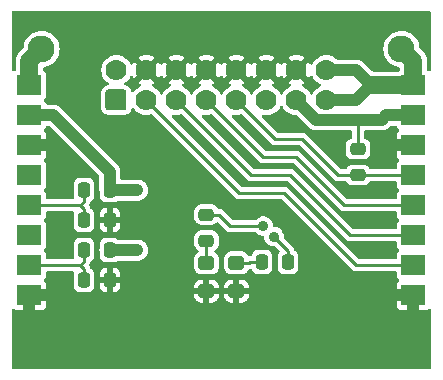
<source format=gbr>
G04 #@! TF.GenerationSoftware,KiCad,Pcbnew,8.0.6*
G04 #@! TF.CreationDate,2025-01-27T09:49:22-05:00*
G04 #@! TF.ProjectId,term,7465726d-2e6b-4696-9361-645f70636258,v1.2.0*
G04 #@! TF.SameCoordinates,Original*
G04 #@! TF.FileFunction,Copper,L1,Top*
G04 #@! TF.FilePolarity,Positive*
%FSLAX46Y46*%
G04 Gerber Fmt 4.6, Leading zero omitted, Abs format (unit mm)*
G04 Created by KiCad (PCBNEW 8.0.6) date 2025-01-27 09:49:22*
%MOMM*%
%LPD*%
G01*
G04 APERTURE LIST*
G04 Aperture macros list*
%AMRoundRect*
0 Rectangle with rounded corners*
0 $1 Rounding radius*
0 $2 $3 $4 $5 $6 $7 $8 $9 X,Y pos of 4 corners*
0 Add a 4 corners polygon primitive as box body*
4,1,4,$2,$3,$4,$5,$6,$7,$8,$9,$2,$3,0*
0 Add four circle primitives for the rounded corners*
1,1,$1+$1,$2,$3*
1,1,$1+$1,$4,$5*
1,1,$1+$1,$6,$7*
1,1,$1+$1,$8,$9*
0 Add four rect primitives between the rounded corners*
20,1,$1+$1,$2,$3,$4,$5,0*
20,1,$1+$1,$4,$5,$6,$7,0*
20,1,$1+$1,$6,$7,$8,$9,0*
20,1,$1+$1,$8,$9,$2,$3,0*%
G04 Aperture macros list end*
G04 #@! TA.AperFunction,ComponentPad*
%ADD10RoundRect,0.250000X0.639000X-0.639000X0.639000X0.639000X-0.639000X0.639000X-0.639000X-0.639000X0*%
G04 #@! TD*
G04 #@! TA.AperFunction,ComponentPad*
%ADD11C,1.778000*%
G04 #@! TD*
G04 #@! TA.AperFunction,ComponentPad*
%ADD12R,2.032000X1.778000*%
G04 #@! TD*
G04 #@! TA.AperFunction,ComponentPad*
%ADD13C,1.016000*%
G04 #@! TD*
G04 #@! TA.AperFunction,ComponentPad*
%ADD14C,2.032000*%
G04 #@! TD*
G04 #@! TA.AperFunction,ComponentPad*
%ADD15C,2.286000*%
G04 #@! TD*
G04 #@! TA.AperFunction,SMDPad,CuDef*
%ADD16RoundRect,0.250000X0.400000X-0.350000X0.400000X0.350000X-0.400000X0.350000X-0.400000X-0.350000X0*%
G04 #@! TD*
G04 #@! TA.AperFunction,SMDPad,CuDef*
%ADD17RoundRect,0.250000X-0.250000X-0.400000X0.250000X-0.400000X0.250000X0.400000X-0.250000X0.400000X0*%
G04 #@! TD*
G04 #@! TA.AperFunction,SMDPad,CuDef*
%ADD18RoundRect,0.250000X0.250000X0.400000X-0.250000X0.400000X-0.250000X-0.400000X0.250000X-0.400000X0*%
G04 #@! TD*
G04 #@! TA.AperFunction,SMDPad,CuDef*
%ADD19RoundRect,0.250000X-0.400000X0.250000X-0.400000X-0.250000X0.400000X-0.250000X0.400000X0.250000X0*%
G04 #@! TD*
G04 #@! TA.AperFunction,ViaPad*
%ADD20C,1.016000*%
G04 #@! TD*
G04 #@! TA.AperFunction,ViaPad*
%ADD21C,0.889000*%
G04 #@! TD*
G04 #@! TA.AperFunction,Conductor*
%ADD22C,1.016000*%
G04 #@! TD*
G04 #@! TA.AperFunction,Conductor*
%ADD23C,0.254000*%
G04 #@! TD*
G04 #@! TA.AperFunction,Conductor*
%ADD24C,1.524000*%
G04 #@! TD*
G04 APERTURE END LIST*
D10*
X135890000Y-91440000D03*
D11*
X135890000Y-88900000D03*
X138430000Y-91440000D03*
X138430000Y-88900000D03*
X140970000Y-91440000D03*
X140970000Y-88900000D03*
X143510000Y-91440000D03*
X143510000Y-88900000D03*
X146050000Y-91440000D03*
X146050000Y-88900000D03*
X148590000Y-91440000D03*
X148590000Y-88900000D03*
X151130000Y-91440000D03*
X151130000Y-88900000D03*
X153670000Y-91440000D03*
X153670000Y-88900000D03*
D12*
X128524000Y-90170000D03*
X128524000Y-92710000D03*
X128524000Y-95250000D03*
X128524000Y-97790000D03*
X128524000Y-100330000D03*
X128524000Y-102870000D03*
X128524000Y-105410000D03*
X128524000Y-107950000D03*
X161036000Y-107950000D03*
X161036000Y-105410000D03*
X161036000Y-102870000D03*
X161036000Y-100330000D03*
X161036000Y-97790000D03*
X161036000Y-95250000D03*
X161036000Y-92710000D03*
X161036000Y-90170000D03*
D13*
X158750000Y-99060000D03*
X158750000Y-101600000D03*
X158750000Y-104140000D03*
X130810000Y-99060000D03*
X130810000Y-101600000D03*
X130810000Y-104140000D03*
X140970000Y-101600000D03*
X140970000Y-106680000D03*
X152400000Y-104140000D03*
X152400000Y-109220000D03*
D14*
X131064000Y-96266000D03*
X158496000Y-96266000D03*
D15*
X129540000Y-87122000D03*
X160020000Y-87122000D03*
D16*
X146050000Y-107626000D03*
X146050000Y-105226000D03*
X143510000Y-107626000D03*
X143510000Y-105226000D03*
D17*
X133139000Y-106680000D03*
X135339000Y-106680000D03*
D18*
X135339000Y-104140000D03*
X133139000Y-104140000D03*
D17*
X133139000Y-101600000D03*
X135339000Y-101600000D03*
D18*
X135339000Y-99060000D03*
X133139000Y-99060000D03*
D19*
X156340000Y-95590000D03*
X156340000Y-97790000D03*
D18*
X150409000Y-105156000D03*
X148209000Y-105156000D03*
D19*
X143510000Y-101135000D03*
X143510000Y-103335000D03*
D13*
X130810000Y-106680000D03*
X158750000Y-106680000D03*
X140970000Y-96520000D03*
X138430000Y-93980000D03*
D20*
X137668000Y-99060000D03*
X137668000Y-104140000D03*
D21*
X148336000Y-102108000D03*
X149225000Y-102997000D03*
D22*
X130556000Y-92710000D02*
X128524000Y-92710000D01*
X135339000Y-104140000D02*
X137668000Y-104140000D01*
X135339000Y-97493000D02*
X130556000Y-92710000D01*
X135339000Y-99060000D02*
X135339000Y-97493000D01*
X137668000Y-99060000D02*
X135339000Y-99060000D01*
X128524000Y-95250000D02*
X129950000Y-95250000D01*
X161036000Y-95250000D02*
X159610000Y-95250000D01*
D23*
X151130000Y-96266000D02*
X155194000Y-100330000D01*
X155194000Y-100330000D02*
X161036000Y-100330000D01*
X143510000Y-91440000D02*
X148336000Y-96266000D01*
X148336000Y-96266000D02*
X151130000Y-96266000D01*
X150622000Y-97790000D02*
X155702000Y-102870000D01*
X147320000Y-97790000D02*
X150622000Y-97790000D01*
X140970000Y-91440000D02*
X147320000Y-97790000D01*
X159766000Y-102870000D02*
X161036000Y-102870000D01*
X155702000Y-102870000D02*
X159766000Y-102870000D01*
X156210000Y-105410000D02*
X161036000Y-105410000D01*
X138430000Y-91440000D02*
X146304000Y-99314000D01*
X150114000Y-99314000D02*
X156210000Y-105410000D01*
X146304000Y-99314000D02*
X150114000Y-99314000D01*
X156340000Y-97790000D02*
X161036000Y-97790000D01*
X151638000Y-94742000D02*
X149352000Y-94742000D01*
X149352000Y-94742000D02*
X146050000Y-91440000D01*
X156340000Y-97790000D02*
X154686000Y-97790000D01*
X154686000Y-97790000D02*
X151638000Y-94742000D01*
D22*
X158750000Y-92710000D02*
X158368999Y-93091001D01*
D23*
X145542000Y-102108000D02*
X144569000Y-101135000D01*
X156340000Y-95590000D02*
X156340000Y-93091001D01*
D22*
X152781001Y-93091001D02*
X151130000Y-91440000D01*
D23*
X144569000Y-101135000D02*
X143510000Y-101135000D01*
X148336000Y-102108000D02*
X145542000Y-102108000D01*
D22*
X158368999Y-93091001D02*
X156340000Y-93091001D01*
X161036000Y-92710000D02*
X158750000Y-92710000D01*
X156340000Y-93091001D02*
X152781001Y-93091001D01*
D24*
X161036000Y-88138000D02*
X160020000Y-87122000D01*
D23*
X149225000Y-102997000D02*
X150409000Y-104181000D01*
D22*
X153670000Y-91440000D02*
X156210000Y-91440000D01*
D24*
X161036000Y-90170000D02*
X161036000Y-88138000D01*
X157480000Y-90170000D02*
X161036000Y-90170000D01*
D22*
X156210000Y-88900000D02*
X157480000Y-90170000D01*
D23*
X150409000Y-104181000D02*
X150409000Y-105156000D01*
D22*
X156210000Y-91440000D02*
X157480000Y-90170000D01*
X153670000Y-88900000D02*
X156210000Y-88900000D01*
D24*
X128524000Y-90170000D02*
X128524000Y-88138000D01*
X128524000Y-88138000D02*
X129540000Y-87122000D01*
D23*
X146050000Y-105226000D02*
X147123000Y-105226000D01*
X147193000Y-105156000D02*
X148209000Y-105156000D01*
X147123000Y-105226000D02*
X147193000Y-105156000D01*
X143510000Y-103335000D02*
X143510000Y-105226000D01*
X133139000Y-100627000D02*
X132842000Y-100330000D01*
X133139000Y-100033000D02*
X132842000Y-100330000D01*
X128524000Y-100330000D02*
X132842000Y-100330000D01*
X133139000Y-101600000D02*
X133139000Y-100627000D01*
X133139000Y-99060000D02*
X133139000Y-100033000D01*
X133139000Y-105707000D02*
X132842000Y-105410000D01*
X128524000Y-105410000D02*
X132842000Y-105410000D01*
X133139000Y-105113000D02*
X132842000Y-105410000D01*
X133139000Y-106680000D02*
X133139000Y-105707000D01*
X133139000Y-104140000D02*
X133139000Y-105113000D01*
G04 #@! TA.AperFunction,Conductor*
G36*
X162451621Y-83890502D02*
G01*
X162498114Y-83944158D01*
X162509500Y-83996500D01*
X162509500Y-88894787D01*
X162489498Y-88962908D01*
X162435842Y-89009401D01*
X162365568Y-89019505D01*
X162300988Y-88990011D01*
X162294405Y-88983882D01*
X162276749Y-88966226D01*
X162276746Y-88966224D01*
X162250159Y-88953226D01*
X162197746Y-88905337D01*
X162179500Y-88840030D01*
X162179500Y-88048005D01*
X162173560Y-88010501D01*
X162167715Y-87973595D01*
X162151344Y-87870230D01*
X162097249Y-87703746D01*
X162096174Y-87699935D01*
X162095723Y-87699049D01*
X162095723Y-87699048D01*
X162014009Y-87538675D01*
X161908213Y-87393059D01*
X161908210Y-87393056D01*
X161908208Y-87393053D01*
X161574571Y-87059416D01*
X161540545Y-86997104D01*
X161538054Y-86980207D01*
X161530387Y-86882778D01*
X161474369Y-86649447D01*
X161382540Y-86427751D01*
X161257160Y-86223151D01*
X161101318Y-86040682D01*
X160918849Y-85884840D01*
X160714249Y-85759460D01*
X160492553Y-85667631D01*
X160492551Y-85667630D01*
X160332936Y-85629310D01*
X160259222Y-85611613D01*
X160020000Y-85592786D01*
X159780778Y-85611613D01*
X159547448Y-85667630D01*
X159325752Y-85759459D01*
X159121152Y-85884839D01*
X158938682Y-86040682D01*
X158782839Y-86223152D01*
X158657459Y-86427752D01*
X158565630Y-86649448D01*
X158509613Y-86882778D01*
X158490786Y-87122000D01*
X158509613Y-87361222D01*
X158527310Y-87434936D01*
X158565630Y-87594551D01*
X158610150Y-87702031D01*
X158657460Y-87816249D01*
X158782840Y-88020849D01*
X158938682Y-88203318D01*
X159121151Y-88359160D01*
X159325751Y-88484540D01*
X159547447Y-88576369D01*
X159780778Y-88632387D01*
X159780786Y-88632387D01*
X159780788Y-88632388D01*
X159785670Y-88633162D01*
X159785303Y-88635476D01*
X159842592Y-88657223D01*
X159884809Y-88714304D01*
X159892500Y-88757652D01*
X159892500Y-88840030D01*
X159872498Y-88908151D01*
X159821841Y-88953226D01*
X159795253Y-88966224D01*
X159795250Y-88966226D01*
X159771882Y-88989595D01*
X159709570Y-89023621D01*
X159682787Y-89026500D01*
X157646633Y-89026500D01*
X157578512Y-89006498D01*
X157557538Y-88989595D01*
X156777025Y-88209082D01*
X156777023Y-88209080D01*
X156631336Y-88111735D01*
X156469458Y-88044683D01*
X156297610Y-88010500D01*
X156297608Y-88010500D01*
X154629448Y-88010500D01*
X154561327Y-87990498D01*
X154540353Y-87973595D01*
X154489783Y-87923025D01*
X154489772Y-87923016D01*
X154307677Y-87795512D01*
X154307675Y-87795511D01*
X154106199Y-87701561D01*
X154106193Y-87701559D01*
X154064074Y-87690273D01*
X153891463Y-87644022D01*
X153670000Y-87624647D01*
X153448537Y-87644022D01*
X153333463Y-87674856D01*
X153233806Y-87701559D01*
X153233801Y-87701561D01*
X153032323Y-87795512D01*
X152850222Y-87923020D01*
X152850216Y-87923025D01*
X152693025Y-88080216D01*
X152693020Y-88080222D01*
X152565512Y-88262323D01*
X152513919Y-88372965D01*
X152467002Y-88426250D01*
X152398724Y-88445711D01*
X152330764Y-88425169D01*
X152285529Y-88372965D01*
X152234051Y-88262571D01*
X152189815Y-88199395D01*
X152189813Y-88199395D01*
X151620690Y-88768518D01*
X151603381Y-88703919D01*
X151536502Y-88588080D01*
X151441920Y-88493498D01*
X151326081Y-88426619D01*
X151261480Y-88409309D01*
X151830603Y-87840185D01*
X151830603Y-87840184D01*
X151767425Y-87795946D01*
X151566027Y-87702033D01*
X151566023Y-87702031D01*
X151351374Y-87644517D01*
X151130000Y-87625149D01*
X150908625Y-87644517D01*
X150693976Y-87702031D01*
X150693972Y-87702033D01*
X150492575Y-87795946D01*
X150429394Y-87840185D01*
X150998518Y-88409309D01*
X150933919Y-88426619D01*
X150818080Y-88493498D01*
X150723498Y-88588080D01*
X150656619Y-88703919D01*
X150639309Y-88768518D01*
X150070185Y-88199394D01*
X150025946Y-88262575D01*
X149974195Y-88373556D01*
X149927277Y-88426841D01*
X149859000Y-88446302D01*
X149791040Y-88425760D01*
X149745805Y-88373556D01*
X149694051Y-88262571D01*
X149649815Y-88199395D01*
X149649813Y-88199395D01*
X149080690Y-88768518D01*
X149063381Y-88703919D01*
X148996502Y-88588080D01*
X148901920Y-88493498D01*
X148786081Y-88426619D01*
X148721480Y-88409309D01*
X149290603Y-87840185D01*
X149290603Y-87840184D01*
X149227425Y-87795946D01*
X149026027Y-87702033D01*
X149026023Y-87702031D01*
X148811374Y-87644517D01*
X148590000Y-87625149D01*
X148368625Y-87644517D01*
X148153976Y-87702031D01*
X148153972Y-87702033D01*
X147952575Y-87795946D01*
X147889394Y-87840185D01*
X148458518Y-88409309D01*
X148393919Y-88426619D01*
X148278080Y-88493498D01*
X148183498Y-88588080D01*
X148116619Y-88703919D01*
X148099309Y-88768518D01*
X147530185Y-88199394D01*
X147485946Y-88262575D01*
X147434195Y-88373556D01*
X147387277Y-88426841D01*
X147319000Y-88446302D01*
X147251040Y-88425760D01*
X147205805Y-88373556D01*
X147154051Y-88262571D01*
X147109815Y-88199395D01*
X147109813Y-88199395D01*
X146540690Y-88768518D01*
X146523381Y-88703919D01*
X146456502Y-88588080D01*
X146361920Y-88493498D01*
X146246081Y-88426619D01*
X146181480Y-88409309D01*
X146750603Y-87840185D01*
X146750603Y-87840184D01*
X146687425Y-87795946D01*
X146486027Y-87702033D01*
X146486023Y-87702031D01*
X146271374Y-87644517D01*
X146050000Y-87625149D01*
X145828625Y-87644517D01*
X145613976Y-87702031D01*
X145613972Y-87702033D01*
X145412575Y-87795946D01*
X145349394Y-87840185D01*
X145918518Y-88409309D01*
X145853919Y-88426619D01*
X145738080Y-88493498D01*
X145643498Y-88588080D01*
X145576619Y-88703919D01*
X145559309Y-88768518D01*
X144990185Y-88199394D01*
X144945946Y-88262575D01*
X144894195Y-88373556D01*
X144847277Y-88426841D01*
X144779000Y-88446302D01*
X144711040Y-88425760D01*
X144665805Y-88373556D01*
X144614051Y-88262571D01*
X144569815Y-88199395D01*
X144569813Y-88199395D01*
X144000690Y-88768518D01*
X143983381Y-88703919D01*
X143916502Y-88588080D01*
X143821920Y-88493498D01*
X143706081Y-88426619D01*
X143641480Y-88409309D01*
X144210603Y-87840185D01*
X144210603Y-87840184D01*
X144147425Y-87795946D01*
X143946027Y-87702033D01*
X143946023Y-87702031D01*
X143731374Y-87644517D01*
X143510000Y-87625149D01*
X143288625Y-87644517D01*
X143073976Y-87702031D01*
X143073972Y-87702033D01*
X142872575Y-87795946D01*
X142809394Y-87840185D01*
X143378518Y-88409309D01*
X143313919Y-88426619D01*
X143198080Y-88493498D01*
X143103498Y-88588080D01*
X143036619Y-88703919D01*
X143019309Y-88768518D01*
X142450185Y-88199394D01*
X142405946Y-88262575D01*
X142354195Y-88373556D01*
X142307277Y-88426841D01*
X142239000Y-88446302D01*
X142171040Y-88425760D01*
X142125805Y-88373556D01*
X142074051Y-88262571D01*
X142029815Y-88199395D01*
X142029813Y-88199395D01*
X141460690Y-88768518D01*
X141443381Y-88703919D01*
X141376502Y-88588080D01*
X141281920Y-88493498D01*
X141166081Y-88426619D01*
X141101480Y-88409309D01*
X141670603Y-87840185D01*
X141670603Y-87840184D01*
X141607425Y-87795946D01*
X141406027Y-87702033D01*
X141406023Y-87702031D01*
X141191374Y-87644517D01*
X140970000Y-87625149D01*
X140748625Y-87644517D01*
X140533976Y-87702031D01*
X140533972Y-87702033D01*
X140332575Y-87795946D01*
X140269394Y-87840185D01*
X140838518Y-88409309D01*
X140773919Y-88426619D01*
X140658080Y-88493498D01*
X140563498Y-88588080D01*
X140496619Y-88703919D01*
X140479309Y-88768518D01*
X139910185Y-88199394D01*
X139865946Y-88262575D01*
X139814195Y-88373556D01*
X139767277Y-88426841D01*
X139699000Y-88446302D01*
X139631040Y-88425760D01*
X139585805Y-88373556D01*
X139534051Y-88262571D01*
X139489815Y-88199395D01*
X139489813Y-88199395D01*
X138920690Y-88768518D01*
X138903381Y-88703919D01*
X138836502Y-88588080D01*
X138741920Y-88493498D01*
X138626081Y-88426619D01*
X138561480Y-88409309D01*
X139130603Y-87840185D01*
X139130603Y-87840184D01*
X139067425Y-87795946D01*
X138866027Y-87702033D01*
X138866023Y-87702031D01*
X138651374Y-87644517D01*
X138430000Y-87625149D01*
X138208625Y-87644517D01*
X137993976Y-87702031D01*
X137993972Y-87702033D01*
X137792575Y-87795946D01*
X137729394Y-87840185D01*
X138298518Y-88409309D01*
X138233919Y-88426619D01*
X138118080Y-88493498D01*
X138023498Y-88588080D01*
X137956619Y-88703919D01*
X137939309Y-88768518D01*
X137370185Y-88199394D01*
X137325945Y-88262577D01*
X137274469Y-88372966D01*
X137227552Y-88426251D01*
X137159274Y-88445711D01*
X137091315Y-88425169D01*
X137046080Y-88372964D01*
X136994488Y-88262324D01*
X136866977Y-88080219D01*
X136709781Y-87923023D01*
X136709777Y-87923020D01*
X136709772Y-87923016D01*
X136527677Y-87795512D01*
X136527675Y-87795511D01*
X136326199Y-87701561D01*
X136326193Y-87701559D01*
X136284074Y-87690273D01*
X136111463Y-87644022D01*
X135890000Y-87624647D01*
X135668537Y-87644022D01*
X135553463Y-87674856D01*
X135453806Y-87701559D01*
X135453801Y-87701561D01*
X135252323Y-87795512D01*
X135070222Y-87923020D01*
X135070216Y-87923025D01*
X134913025Y-88080216D01*
X134913020Y-88080222D01*
X134785512Y-88262323D01*
X134691561Y-88463801D01*
X134691559Y-88463806D01*
X134683603Y-88493498D01*
X134634022Y-88678537D01*
X134614647Y-88900000D01*
X134634022Y-89121463D01*
X134680273Y-89294074D01*
X134691559Y-89336193D01*
X134691561Y-89336199D01*
X134785511Y-89537675D01*
X134785512Y-89537677D01*
X134913016Y-89719772D01*
X134913020Y-89719777D01*
X134913023Y-89719781D01*
X135070219Y-89876977D01*
X135070222Y-89876979D01*
X135176713Y-89951545D01*
X135221041Y-90007002D01*
X135228350Y-90077621D01*
X135196319Y-90140982D01*
X135139595Y-90175755D01*
X134998203Y-90216833D01*
X134860874Y-90298049D01*
X134860867Y-90298055D01*
X134748055Y-90410867D01*
X134748049Y-90410874D01*
X134666833Y-90548203D01*
X134622319Y-90701420D01*
X134622317Y-90701432D01*
X134619500Y-90737221D01*
X134619500Y-92142778D01*
X134622317Y-92178567D01*
X134622319Y-92178579D01*
X134666833Y-92331796D01*
X134748049Y-92469125D01*
X134748055Y-92469132D01*
X134860867Y-92581944D01*
X134860874Y-92581950D01*
X134998203Y-92663166D01*
X134998206Y-92663166D01*
X134998208Y-92663168D01*
X135151426Y-92707682D01*
X135166770Y-92708889D01*
X135187222Y-92710500D01*
X135187230Y-92710500D01*
X136592778Y-92710500D01*
X136611865Y-92708997D01*
X136628574Y-92707682D01*
X136781792Y-92663168D01*
X136781794Y-92663166D01*
X136781796Y-92663166D01*
X136919125Y-92581950D01*
X136919124Y-92581950D01*
X136919127Y-92581949D01*
X137031949Y-92469127D01*
X137113168Y-92331792D01*
X137154245Y-92190400D01*
X137192457Y-92130569D01*
X137256953Y-92100891D01*
X137327255Y-92110794D01*
X137378454Y-92153286D01*
X137453016Y-92259772D01*
X137453023Y-92259781D01*
X137610219Y-92416977D01*
X137610223Y-92416980D01*
X137610227Y-92416983D01*
X137684694Y-92469125D01*
X137792323Y-92544488D01*
X137993804Y-92638440D01*
X138208537Y-92695978D01*
X138430000Y-92715353D01*
X138651463Y-92695978D01*
X138829935Y-92648156D01*
X138900910Y-92649846D01*
X138951640Y-92680768D01*
X145897099Y-99626226D01*
X145991774Y-99720901D01*
X146107726Y-99787847D01*
X146237055Y-99822500D01*
X149851182Y-99822500D01*
X149919303Y-99842502D01*
X149940277Y-99859405D01*
X155897772Y-105816900D01*
X155897775Y-105816902D01*
X155918369Y-105828792D01*
X156013726Y-105883847D01*
X156143055Y-105918500D01*
X156276945Y-105918500D01*
X159512500Y-105918500D01*
X159580621Y-105938502D01*
X159627114Y-105992158D01*
X159638500Y-106044500D01*
X159638500Y-106335207D01*
X159649304Y-106409361D01*
X159649304Y-106409363D01*
X159705223Y-106523745D01*
X159705224Y-106523747D01*
X159772735Y-106591258D01*
X159806761Y-106653570D01*
X159801696Y-106724385D01*
X159772736Y-106769448D01*
X159705634Y-106836549D01*
X159649791Y-106950781D01*
X159649790Y-106950783D01*
X159639000Y-107024840D01*
X159639000Y-107442000D01*
X160969120Y-107442000D01*
X160839919Y-107476619D01*
X160724080Y-107543498D01*
X160629498Y-107638080D01*
X160562619Y-107753919D01*
X160528000Y-107883120D01*
X160528000Y-108016880D01*
X160562619Y-108146081D01*
X160629498Y-108261920D01*
X160724080Y-108356502D01*
X160839919Y-108423381D01*
X160969120Y-108458000D01*
X161102880Y-108458000D01*
X161232081Y-108423381D01*
X161347920Y-108356502D01*
X161442502Y-108261920D01*
X161509381Y-108146081D01*
X161544000Y-108016880D01*
X161544000Y-109220000D01*
X162088152Y-109220000D01*
X162088159Y-109219999D01*
X162162216Y-109209209D01*
X162162218Y-109209208D01*
X162276450Y-109153364D01*
X162276452Y-109153363D01*
X162294405Y-109135411D01*
X162356717Y-109101385D01*
X162427532Y-109106450D01*
X162484368Y-109148997D01*
X162509179Y-109215517D01*
X162509500Y-109224506D01*
X162509500Y-114123500D01*
X162489498Y-114191621D01*
X162435842Y-114238114D01*
X162383500Y-114249500D01*
X127176500Y-114249500D01*
X127108379Y-114229498D01*
X127061886Y-114175842D01*
X127050500Y-114123500D01*
X127050500Y-109224506D01*
X127070502Y-109156385D01*
X127124158Y-109109892D01*
X127194432Y-109099788D01*
X127259012Y-109129282D01*
X127265595Y-109135411D01*
X127283547Y-109153363D01*
X127283549Y-109153364D01*
X127397781Y-109209208D01*
X127397783Y-109209209D01*
X127471840Y-109219999D01*
X127471848Y-109220000D01*
X128016000Y-109220000D01*
X129032000Y-109220000D01*
X129576152Y-109220000D01*
X129576159Y-109219999D01*
X129650216Y-109209209D01*
X129650218Y-109209208D01*
X129764450Y-109153364D01*
X129764452Y-109153363D01*
X129854363Y-109063452D01*
X129854364Y-109063450D01*
X129910208Y-108949218D01*
X129910209Y-108949216D01*
X129920999Y-108875159D01*
X159639000Y-108875159D01*
X159649790Y-108949216D01*
X159649791Y-108949218D01*
X159705635Y-109063450D01*
X159705636Y-109063452D01*
X159795547Y-109153363D01*
X159795549Y-109153364D01*
X159909781Y-109209208D01*
X159909783Y-109209209D01*
X159983840Y-109219999D01*
X159983848Y-109220000D01*
X160528000Y-109220000D01*
X160528000Y-108458000D01*
X159639000Y-108458000D01*
X159639000Y-108875159D01*
X129920999Y-108875159D01*
X129921000Y-108875151D01*
X129921000Y-108458000D01*
X129032000Y-108458000D01*
X129032000Y-109220000D01*
X128016000Y-109220000D01*
X128016000Y-108016880D01*
X128050619Y-108146081D01*
X128117498Y-108261920D01*
X128212080Y-108356502D01*
X128327919Y-108423381D01*
X128457120Y-108458000D01*
X128590880Y-108458000D01*
X128720081Y-108423381D01*
X128835920Y-108356502D01*
X128930502Y-108261920D01*
X128997381Y-108146081D01*
X129025879Y-108039724D01*
X142479001Y-108039724D01*
X142481814Y-108075493D01*
X142526294Y-108228593D01*
X142607449Y-108365817D01*
X142607452Y-108365821D01*
X142720178Y-108478547D01*
X142720182Y-108478550D01*
X142857406Y-108559705D01*
X143010507Y-108604185D01*
X143046275Y-108606999D01*
X143256000Y-108606999D01*
X143764000Y-108606999D01*
X143973724Y-108606999D01*
X144009493Y-108604185D01*
X144162593Y-108559705D01*
X144299817Y-108478550D01*
X144299821Y-108478547D01*
X144412547Y-108365821D01*
X144412550Y-108365817D01*
X144493705Y-108228593D01*
X144538185Y-108075492D01*
X144541000Y-108039724D01*
X145019001Y-108039724D01*
X145021814Y-108075493D01*
X145066294Y-108228593D01*
X145147449Y-108365817D01*
X145147452Y-108365821D01*
X145260178Y-108478547D01*
X145260182Y-108478550D01*
X145397406Y-108559705D01*
X145550507Y-108604185D01*
X145586275Y-108606999D01*
X145796000Y-108606999D01*
X146304000Y-108606999D01*
X146513724Y-108606999D01*
X146549493Y-108604185D01*
X146702593Y-108559705D01*
X146839817Y-108478550D01*
X146839821Y-108478547D01*
X146952547Y-108365821D01*
X146952550Y-108365817D01*
X147033705Y-108228593D01*
X147078185Y-108075492D01*
X147081000Y-108039724D01*
X147081000Y-107880000D01*
X146304000Y-107880000D01*
X146304000Y-108606999D01*
X145796000Y-108606999D01*
X145796000Y-107880000D01*
X145019001Y-107880000D01*
X145019001Y-108039724D01*
X144541000Y-108039724D01*
X144541000Y-107880000D01*
X143764000Y-107880000D01*
X143764000Y-108606999D01*
X143256000Y-108606999D01*
X143256000Y-107880000D01*
X142479001Y-107880000D01*
X142479001Y-108039724D01*
X129025879Y-108039724D01*
X129032000Y-108016880D01*
X129032000Y-107883120D01*
X128997381Y-107753919D01*
X128930502Y-107638080D01*
X128835920Y-107543498D01*
X128720081Y-107476619D01*
X128590880Y-107442000D01*
X129921000Y-107442000D01*
X129921000Y-107024848D01*
X129920999Y-107024840D01*
X129910209Y-106950783D01*
X129910208Y-106950781D01*
X129854364Y-106836549D01*
X129854363Y-106836547D01*
X129787264Y-106769448D01*
X129753238Y-106707136D01*
X129758303Y-106636321D01*
X129787262Y-106591259D01*
X129854776Y-106523746D01*
X129910696Y-106409361D01*
X129921500Y-106335206D01*
X129921500Y-106044500D01*
X129941502Y-105976379D01*
X129995158Y-105929886D01*
X130047500Y-105918500D01*
X132168599Y-105918500D01*
X132236720Y-105938502D01*
X132283213Y-105992158D01*
X132293317Y-106062432D01*
X132289598Y-106079640D01*
X132266204Y-106160166D01*
X132260319Y-106180423D01*
X132260317Y-106180432D01*
X132257500Y-106216221D01*
X132257500Y-107143778D01*
X132260317Y-107179567D01*
X132260319Y-107179579D01*
X132304833Y-107332796D01*
X132386049Y-107470125D01*
X132386055Y-107470132D01*
X132498867Y-107582944D01*
X132498874Y-107582950D01*
X132636203Y-107664166D01*
X132636206Y-107664166D01*
X132636208Y-107664168D01*
X132789426Y-107708682D01*
X132804770Y-107709889D01*
X132825222Y-107711500D01*
X132825230Y-107711500D01*
X133452778Y-107711500D01*
X133471865Y-107709997D01*
X133488574Y-107708682D01*
X133641792Y-107664168D01*
X133641794Y-107664166D01*
X133641796Y-107664166D01*
X133779125Y-107582950D01*
X133779124Y-107582950D01*
X133779127Y-107582949D01*
X133891949Y-107470127D01*
X133973168Y-107332792D01*
X134017682Y-107179574D01*
X134018997Y-107162865D01*
X134020500Y-107143778D01*
X134020500Y-107143724D01*
X134458001Y-107143724D01*
X134460814Y-107179493D01*
X134505294Y-107332593D01*
X134586449Y-107469817D01*
X134586452Y-107469821D01*
X134699178Y-107582547D01*
X134699182Y-107582550D01*
X134836406Y-107663705D01*
X134989507Y-107708185D01*
X135025275Y-107710999D01*
X135593000Y-107710999D01*
X135652724Y-107710999D01*
X135688493Y-107708185D01*
X135841593Y-107663705D01*
X135978817Y-107582550D01*
X135978821Y-107582547D01*
X136091547Y-107469821D01*
X136091550Y-107469817D01*
X136172705Y-107332593D01*
X136207661Y-107212275D01*
X142479000Y-107212275D01*
X142479000Y-107372000D01*
X143256000Y-107372000D01*
X143764000Y-107372000D01*
X144540999Y-107372000D01*
X144540999Y-107212275D01*
X145019000Y-107212275D01*
X145019000Y-107372000D01*
X145796000Y-107372000D01*
X146304000Y-107372000D01*
X147080999Y-107372000D01*
X147080999Y-107212275D01*
X147078185Y-107176506D01*
X147033705Y-107023406D01*
X146952550Y-106886182D01*
X146952547Y-106886178D01*
X146839821Y-106773452D01*
X146839817Y-106773449D01*
X146702593Y-106692294D01*
X146549492Y-106647814D01*
X146513724Y-106645000D01*
X146304000Y-106645000D01*
X146304000Y-107372000D01*
X145796000Y-107372000D01*
X145796000Y-106645000D01*
X145586276Y-106645000D01*
X145550506Y-106647814D01*
X145397406Y-106692294D01*
X145260182Y-106773449D01*
X145260178Y-106773452D01*
X145147452Y-106886178D01*
X145147449Y-106886182D01*
X145066294Y-107023406D01*
X145021814Y-107176507D01*
X145019000Y-107212275D01*
X144540999Y-107212275D01*
X144538185Y-107176506D01*
X144493705Y-107023406D01*
X144412550Y-106886182D01*
X144412547Y-106886178D01*
X144299821Y-106773452D01*
X144299817Y-106773449D01*
X144162593Y-106692294D01*
X144009492Y-106647814D01*
X143973724Y-106645000D01*
X143764000Y-106645000D01*
X143764000Y-107372000D01*
X143256000Y-107372000D01*
X143256000Y-106645000D01*
X143046276Y-106645000D01*
X143010506Y-106647814D01*
X142857406Y-106692294D01*
X142720182Y-106773449D01*
X142720178Y-106773452D01*
X142607452Y-106886178D01*
X142607449Y-106886182D01*
X142526294Y-107023406D01*
X142481814Y-107176507D01*
X142479000Y-107212275D01*
X136207661Y-107212275D01*
X136217185Y-107179492D01*
X136220000Y-107143724D01*
X136220000Y-106934000D01*
X135593000Y-106934000D01*
X135593000Y-107710999D01*
X135025275Y-107710999D01*
X135084999Y-107710998D01*
X135085000Y-107710998D01*
X135085000Y-106934000D01*
X134458001Y-106934000D01*
X134458001Y-107143724D01*
X134020500Y-107143724D01*
X134020500Y-106216275D01*
X134458000Y-106216275D01*
X134458000Y-106426000D01*
X135085000Y-106426000D01*
X135593000Y-106426000D01*
X136219999Y-106426000D01*
X136219999Y-106216275D01*
X136217185Y-106180506D01*
X136172705Y-106027406D01*
X136091550Y-105890182D01*
X136091547Y-105890178D01*
X135978821Y-105777452D01*
X135978817Y-105777449D01*
X135841593Y-105696294D01*
X135688492Y-105651814D01*
X135652724Y-105649000D01*
X135593000Y-105649000D01*
X135593000Y-106426000D01*
X135085000Y-106426000D01*
X135085000Y-105649000D01*
X135084999Y-105648999D01*
X135025276Y-105649000D01*
X134989506Y-105651814D01*
X134836406Y-105696294D01*
X134699182Y-105777449D01*
X134699178Y-105777452D01*
X134586452Y-105890178D01*
X134586449Y-105890182D01*
X134505294Y-106027406D01*
X134460814Y-106180507D01*
X134458000Y-106216275D01*
X134020500Y-106216275D01*
X134020500Y-106216221D01*
X134018017Y-106184682D01*
X134017682Y-106180426D01*
X133973168Y-106027208D01*
X133973166Y-106027206D01*
X133973166Y-106027203D01*
X133891950Y-105889874D01*
X133891944Y-105889867D01*
X133779130Y-105777053D01*
X133779123Y-105777048D01*
X133708724Y-105735414D01*
X133660271Y-105683522D01*
X133647941Y-105643404D01*
X133647500Y-105640059D01*
X133647500Y-105640055D01*
X133612847Y-105510726D01*
X133612844Y-105510722D01*
X133612843Y-105510718D01*
X133591066Y-105473000D01*
X133574327Y-105404005D01*
X133591064Y-105347001D01*
X133612847Y-105309274D01*
X133635978Y-105222945D01*
X133647500Y-105179945D01*
X133647500Y-105179934D01*
X133647940Y-105176596D01*
X133649099Y-105173974D01*
X133649637Y-105171969D01*
X133649949Y-105172052D01*
X133676661Y-105111668D01*
X133708725Y-105084584D01*
X133779126Y-105042950D01*
X133891944Y-104930132D01*
X133891949Y-104930127D01*
X133950619Y-104830921D01*
X133973166Y-104792796D01*
X133973166Y-104792794D01*
X133973168Y-104792792D01*
X134017682Y-104639574D01*
X134019732Y-104613532D01*
X134020500Y-104603778D01*
X134020500Y-104052389D01*
X134449500Y-104052389D01*
X134449500Y-104052392D01*
X134449500Y-104227608D01*
X134453936Y-104249911D01*
X134455079Y-104255654D01*
X134457500Y-104280237D01*
X134457500Y-104603778D01*
X134460317Y-104639567D01*
X134460319Y-104639579D01*
X134504833Y-104792796D01*
X134586049Y-104930125D01*
X134586055Y-104930132D01*
X134698867Y-105042944D01*
X134698874Y-105042950D01*
X134836203Y-105124166D01*
X134836206Y-105124166D01*
X134836208Y-105124168D01*
X134989426Y-105168682D01*
X135004770Y-105169889D01*
X135025222Y-105171500D01*
X135025230Y-105171500D01*
X135652778Y-105171500D01*
X135671865Y-105169997D01*
X135688574Y-105168682D01*
X135841792Y-105124168D01*
X135841794Y-105124166D01*
X135841796Y-105124166D01*
X135972198Y-105047047D01*
X136036337Y-105029500D01*
X137761494Y-105029500D01*
X137846479Y-105011435D01*
X137848050Y-105011111D01*
X137927458Y-104995317D01*
X137927462Y-104995315D01*
X137933380Y-104993520D01*
X137933523Y-104993993D01*
X137944222Y-104990659D01*
X137944385Y-104990625D01*
X138017718Y-104957973D01*
X138020618Y-104956727D01*
X138089336Y-104928265D01*
X138090150Y-104927720D01*
X138108923Y-104917367D01*
X138115200Y-104914573D01*
X138174749Y-104871306D01*
X138178713Y-104868543D01*
X138235023Y-104830920D01*
X138240457Y-104825484D01*
X138255486Y-104812648D01*
X138266470Y-104804669D01*
X138311250Y-104754933D01*
X138315752Y-104750189D01*
X138358920Y-104707023D01*
X138366905Y-104695072D01*
X138378026Y-104680773D01*
X138391585Y-104665715D01*
X138421712Y-104613530D01*
X138426056Y-104606544D01*
X138456265Y-104561336D01*
X138464320Y-104541887D01*
X138471604Y-104527117D01*
X138485075Y-104503785D01*
X138485263Y-104503208D01*
X138491246Y-104484792D01*
X138501638Y-104452805D01*
X138505049Y-104443559D01*
X138523317Y-104399458D01*
X138528724Y-104372272D01*
X138532469Y-104357920D01*
X138538632Y-104338952D01*
X138542855Y-104325956D01*
X138547761Y-104279268D01*
X138549488Y-104267881D01*
X138557500Y-104227608D01*
X138557500Y-104193225D01*
X138558190Y-104180055D01*
X138560330Y-104159691D01*
X138562400Y-104140000D01*
X138558190Y-104099944D01*
X138557500Y-104086774D01*
X138557500Y-104052395D01*
X138557499Y-104052388D01*
X138549491Y-104012132D01*
X138547760Y-104000725D01*
X138542855Y-103954044D01*
X138542854Y-103954041D01*
X138542854Y-103954039D01*
X138532470Y-103922084D01*
X138528725Y-103907734D01*
X138523317Y-103880542D01*
X138505058Y-103836461D01*
X138501638Y-103827193D01*
X138485075Y-103776215D01*
X138471608Y-103752889D01*
X138464321Y-103738111D01*
X138456267Y-103718669D01*
X138456268Y-103718669D01*
X138454668Y-103716274D01*
X138426046Y-103673438D01*
X138421707Y-103666459D01*
X138391587Y-103614288D01*
X138391581Y-103614279D01*
X138378032Y-103599232D01*
X138366906Y-103584929D01*
X138358920Y-103572977D01*
X138315761Y-103529818D01*
X138311238Y-103525051D01*
X138266473Y-103475334D01*
X138266472Y-103475333D01*
X138266470Y-103475331D01*
X138255483Y-103467348D01*
X138240454Y-103454511D01*
X138235023Y-103449080D01*
X138178771Y-103411494D01*
X138174710Y-103408664D01*
X138115199Y-103365426D01*
X138115197Y-103365425D01*
X138108914Y-103362628D01*
X138090167Y-103352290D01*
X138089336Y-103351735D01*
X138089337Y-103351735D01*
X138046768Y-103334103D01*
X138020675Y-103323294D01*
X138017679Y-103322007D01*
X137944385Y-103289375D01*
X137944195Y-103289334D01*
X137933520Y-103286019D01*
X137933381Y-103286480D01*
X137927459Y-103284683D01*
X137848065Y-103268890D01*
X137846453Y-103268558D01*
X137761492Y-103250500D01*
X137761490Y-103250500D01*
X137755608Y-103250500D01*
X136036337Y-103250500D01*
X135972198Y-103232953D01*
X135841796Y-103155833D01*
X135688579Y-103111319D01*
X135688575Y-103111318D01*
X135688574Y-103111318D01*
X135688572Y-103111317D01*
X135688567Y-103111317D01*
X135652778Y-103108500D01*
X135652770Y-103108500D01*
X135025230Y-103108500D01*
X135025222Y-103108500D01*
X134989432Y-103111317D01*
X134989420Y-103111319D01*
X134836203Y-103155833D01*
X134698874Y-103237049D01*
X134698867Y-103237055D01*
X134586055Y-103349867D01*
X134586049Y-103349874D01*
X134504833Y-103487203D01*
X134460319Y-103640420D01*
X134460317Y-103640432D01*
X134457500Y-103676221D01*
X134457500Y-103999762D01*
X134455079Y-104024344D01*
X134449500Y-104052389D01*
X134020500Y-104052389D01*
X134020500Y-103676221D01*
X134017682Y-103640432D01*
X134017682Y-103640426D01*
X133973168Y-103487208D01*
X133973166Y-103487206D01*
X133973166Y-103487203D01*
X133891950Y-103349874D01*
X133891944Y-103349867D01*
X133779132Y-103237055D01*
X133779125Y-103237049D01*
X133641796Y-103155833D01*
X133488579Y-103111319D01*
X133488575Y-103111318D01*
X133488574Y-103111318D01*
X133488572Y-103111317D01*
X133488567Y-103111317D01*
X133452778Y-103108500D01*
X133452770Y-103108500D01*
X132825230Y-103108500D01*
X132825222Y-103108500D01*
X132789432Y-103111317D01*
X132789420Y-103111319D01*
X132636203Y-103155833D01*
X132498874Y-103237049D01*
X132498867Y-103237055D01*
X132386055Y-103349867D01*
X132386049Y-103349874D01*
X132304833Y-103487203D01*
X132260319Y-103640420D01*
X132260317Y-103640432D01*
X132257500Y-103676221D01*
X132257500Y-104603778D01*
X132260317Y-104639567D01*
X132260318Y-104639574D01*
X132289595Y-104740349D01*
X132289393Y-104811343D01*
X132250840Y-104870959D01*
X132186175Y-104900268D01*
X132168599Y-104901500D01*
X130047500Y-104901500D01*
X129979379Y-104881498D01*
X129932886Y-104827842D01*
X129921500Y-104775500D01*
X129921500Y-104484800D01*
X129921500Y-104484794D01*
X129910696Y-104410639D01*
X129891943Y-104372280D01*
X129854776Y-104296254D01*
X129854775Y-104296252D01*
X129787618Y-104229095D01*
X129753592Y-104166783D01*
X129758657Y-104095968D01*
X129787618Y-104050905D01*
X129854775Y-103983747D01*
X129854776Y-103983746D01*
X129910696Y-103869361D01*
X129921500Y-103795206D01*
X129921500Y-103021221D01*
X142478500Y-103021221D01*
X142478500Y-103648778D01*
X142481317Y-103684567D01*
X142481319Y-103684579D01*
X142525833Y-103837796D01*
X142607049Y-103975125D01*
X142607055Y-103975132D01*
X142719867Y-104087944D01*
X142719871Y-104087947D01*
X142719873Y-104087949D01*
X142777529Y-104122046D01*
X142825981Y-104173937D01*
X142838687Y-104243788D01*
X142811612Y-104309419D01*
X142777531Y-104338952D01*
X142719868Y-104373054D01*
X142607055Y-104485867D01*
X142607049Y-104485874D01*
X142525833Y-104623203D01*
X142481319Y-104776420D01*
X142481317Y-104776432D01*
X142478500Y-104812221D01*
X142478500Y-105639778D01*
X142481317Y-105675567D01*
X142481319Y-105675579D01*
X142525833Y-105828796D01*
X142607049Y-105966125D01*
X142607055Y-105966132D01*
X142719867Y-106078944D01*
X142719874Y-106078950D01*
X142857203Y-106160166D01*
X142857206Y-106160166D01*
X142857208Y-106160168D01*
X143010426Y-106204682D01*
X143025770Y-106205889D01*
X143046222Y-106207500D01*
X143046230Y-106207500D01*
X143973778Y-106207500D01*
X143992865Y-106205997D01*
X144009574Y-106204682D01*
X144162792Y-106160168D01*
X144162794Y-106160166D01*
X144162796Y-106160166D01*
X144300125Y-106078950D01*
X144300124Y-106078950D01*
X144300127Y-106078949D01*
X144412949Y-105966127D01*
X144461609Y-105883847D01*
X144494166Y-105828796D01*
X144494166Y-105828794D01*
X144494168Y-105828792D01*
X144538682Y-105675574D01*
X144541214Y-105643404D01*
X144541500Y-105639778D01*
X144541500Y-104812221D01*
X145018500Y-104812221D01*
X145018500Y-105639778D01*
X145021317Y-105675567D01*
X145021319Y-105675579D01*
X145065833Y-105828796D01*
X145147049Y-105966125D01*
X145147055Y-105966132D01*
X145259867Y-106078944D01*
X145259874Y-106078950D01*
X145397203Y-106160166D01*
X145397206Y-106160166D01*
X145397208Y-106160168D01*
X145550426Y-106204682D01*
X145565770Y-106205889D01*
X145586222Y-106207500D01*
X145586230Y-106207500D01*
X146513778Y-106207500D01*
X146532865Y-106205997D01*
X146549574Y-106204682D01*
X146702792Y-106160168D01*
X146702794Y-106160166D01*
X146702796Y-106160166D01*
X146840125Y-106078950D01*
X146840124Y-106078950D01*
X146840127Y-106078949D01*
X146952949Y-105966127D01*
X147034168Y-105828792D01*
X147035168Y-105825351D01*
X147036687Y-105822972D01*
X147037319Y-105821512D01*
X147037554Y-105821613D01*
X147073379Y-105765514D01*
X147137875Y-105735835D01*
X147156166Y-105734500D01*
X147189942Y-105734500D01*
X147189945Y-105734500D01*
X147222272Y-105725838D01*
X147293246Y-105727528D01*
X147352042Y-105767322D01*
X147370418Y-105802068D01*
X147371685Y-105801520D01*
X147374833Y-105808795D01*
X147456049Y-105946125D01*
X147456055Y-105946132D01*
X147568867Y-106058944D01*
X147568874Y-106058950D01*
X147706203Y-106140166D01*
X147706206Y-106140166D01*
X147706208Y-106140168D01*
X147859426Y-106184682D01*
X147874770Y-106185889D01*
X147895222Y-106187500D01*
X147895230Y-106187500D01*
X148522778Y-106187500D01*
X148541865Y-106185997D01*
X148558574Y-106184682D01*
X148711792Y-106140168D01*
X148711794Y-106140166D01*
X148711796Y-106140166D01*
X148815307Y-106078950D01*
X148849127Y-106058949D01*
X148961949Y-105946127D01*
X148989022Y-105900348D01*
X149043166Y-105808796D01*
X149043166Y-105808794D01*
X149043168Y-105808792D01*
X149087682Y-105655574D01*
X149088997Y-105638865D01*
X149090500Y-105619778D01*
X149090500Y-104692221D01*
X149087682Y-104656432D01*
X149087682Y-104656426D01*
X149043168Y-104503208D01*
X149043166Y-104503206D01*
X149043166Y-104503203D01*
X148961950Y-104365874D01*
X148961944Y-104365867D01*
X148849132Y-104253055D01*
X148849125Y-104253049D01*
X148711796Y-104171833D01*
X148558579Y-104127319D01*
X148558575Y-104127318D01*
X148558574Y-104127318D01*
X148558572Y-104127317D01*
X148558567Y-104127317D01*
X148522778Y-104124500D01*
X148522770Y-104124500D01*
X147895230Y-104124500D01*
X147895222Y-104124500D01*
X147859432Y-104127317D01*
X147859420Y-104127319D01*
X147706203Y-104171833D01*
X147568874Y-104253049D01*
X147568867Y-104253055D01*
X147456055Y-104365867D01*
X147456049Y-104365874D01*
X147374833Y-104503203D01*
X147359305Y-104556653D01*
X147321092Y-104616489D01*
X147256595Y-104646166D01*
X147238308Y-104647500D01*
X147120404Y-104647500D01*
X147052283Y-104627498D01*
X147011951Y-104585640D01*
X146981565Y-104534260D01*
X146952949Y-104485873D01*
X146952947Y-104485871D01*
X146952944Y-104485867D01*
X146840132Y-104373055D01*
X146840125Y-104373049D01*
X146702796Y-104291833D01*
X146549579Y-104247319D01*
X146549575Y-104247318D01*
X146549574Y-104247318D01*
X146549572Y-104247317D01*
X146549567Y-104247317D01*
X146513778Y-104244500D01*
X146513770Y-104244500D01*
X145586230Y-104244500D01*
X145586222Y-104244500D01*
X145550432Y-104247317D01*
X145550420Y-104247319D01*
X145397203Y-104291833D01*
X145259874Y-104373049D01*
X145259867Y-104373055D01*
X145147055Y-104485867D01*
X145147049Y-104485874D01*
X145065833Y-104623203D01*
X145021319Y-104776420D01*
X145021317Y-104776432D01*
X145018500Y-104812221D01*
X144541500Y-104812221D01*
X144538682Y-104776432D01*
X144538682Y-104776426D01*
X144494168Y-104623208D01*
X144494166Y-104623206D01*
X144494166Y-104623203D01*
X144412950Y-104485874D01*
X144412944Y-104485867D01*
X144300132Y-104373055D01*
X144300128Y-104373052D01*
X144300127Y-104373051D01*
X144253742Y-104345619D01*
X144242469Y-104338952D01*
X144194017Y-104287059D01*
X144181312Y-104217208D01*
X144208388Y-104151577D01*
X144242462Y-104122051D01*
X144300127Y-104087949D01*
X144412949Y-103975127D01*
X144448498Y-103915017D01*
X144494166Y-103837796D01*
X144494166Y-103837794D01*
X144494168Y-103837792D01*
X144538682Y-103684574D01*
X144540108Y-103666459D01*
X144541500Y-103648778D01*
X144541500Y-103021221D01*
X144538682Y-102985432D01*
X144538682Y-102985426D01*
X144494168Y-102832208D01*
X144494166Y-102832206D01*
X144494166Y-102832203D01*
X144412950Y-102694874D01*
X144412944Y-102694867D01*
X144300132Y-102582055D01*
X144300125Y-102582049D01*
X144162796Y-102500833D01*
X144009579Y-102456319D01*
X144009575Y-102456318D01*
X144009574Y-102456318D01*
X144009572Y-102456317D01*
X144009567Y-102456317D01*
X143973778Y-102453500D01*
X143973770Y-102453500D01*
X143046230Y-102453500D01*
X143046222Y-102453500D01*
X143010432Y-102456317D01*
X143010420Y-102456319D01*
X142857203Y-102500833D01*
X142719874Y-102582049D01*
X142719867Y-102582055D01*
X142607055Y-102694867D01*
X142607049Y-102694874D01*
X142525833Y-102832203D01*
X142481319Y-102985420D01*
X142481317Y-102985432D01*
X142478500Y-103021221D01*
X129921500Y-103021221D01*
X129921500Y-101944794D01*
X129910696Y-101870639D01*
X129861588Y-101770189D01*
X129854776Y-101756254D01*
X129854775Y-101756252D01*
X129787618Y-101689095D01*
X129753592Y-101626783D01*
X129758657Y-101555968D01*
X129787618Y-101510905D01*
X129854775Y-101443747D01*
X129854776Y-101443746D01*
X129910696Y-101329361D01*
X129921500Y-101255206D01*
X129921500Y-100964500D01*
X129941502Y-100896379D01*
X129995158Y-100849886D01*
X130047500Y-100838500D01*
X132168599Y-100838500D01*
X132236720Y-100858502D01*
X132283213Y-100912158D01*
X132293317Y-100982432D01*
X132289598Y-100999640D01*
X132260320Y-101100420D01*
X132260319Y-101100423D01*
X132260317Y-101100432D01*
X132257500Y-101136221D01*
X132257500Y-102063778D01*
X132260317Y-102099567D01*
X132260319Y-102099579D01*
X132304833Y-102252796D01*
X132386049Y-102390125D01*
X132386055Y-102390132D01*
X132498867Y-102502944D01*
X132498874Y-102502950D01*
X132636203Y-102584166D01*
X132636206Y-102584166D01*
X132636208Y-102584168D01*
X132789426Y-102628682D01*
X132804770Y-102629889D01*
X132825222Y-102631500D01*
X132825230Y-102631500D01*
X133452778Y-102631500D01*
X133471865Y-102629997D01*
X133488574Y-102628682D01*
X133641792Y-102584168D01*
X133641794Y-102584166D01*
X133641796Y-102584166D01*
X133769208Y-102508815D01*
X133779127Y-102502949D01*
X133891949Y-102390127D01*
X133973168Y-102252792D01*
X134017682Y-102099574D01*
X134018997Y-102082865D01*
X134020500Y-102063778D01*
X134020500Y-102063724D01*
X134458001Y-102063724D01*
X134460814Y-102099493D01*
X134505294Y-102252593D01*
X134586449Y-102389817D01*
X134586452Y-102389821D01*
X134699178Y-102502547D01*
X134699182Y-102502550D01*
X134836406Y-102583705D01*
X134989507Y-102628185D01*
X135025275Y-102630999D01*
X135593000Y-102630999D01*
X135652724Y-102630999D01*
X135688493Y-102628185D01*
X135841593Y-102583705D01*
X135978817Y-102502550D01*
X135978821Y-102502547D01*
X136091547Y-102389821D01*
X136091550Y-102389817D01*
X136172705Y-102252593D01*
X136217185Y-102099492D01*
X136220000Y-102063724D01*
X136220000Y-101854000D01*
X135593000Y-101854000D01*
X135593000Y-102630999D01*
X135025275Y-102630999D01*
X135084999Y-102630998D01*
X135085000Y-102630998D01*
X135085000Y-101854000D01*
X134458001Y-101854000D01*
X134458001Y-102063724D01*
X134020500Y-102063724D01*
X134020500Y-101136275D01*
X134458000Y-101136275D01*
X134458000Y-101346000D01*
X135085000Y-101346000D01*
X135593000Y-101346000D01*
X136219999Y-101346000D01*
X136219999Y-101136275D01*
X136217185Y-101100506D01*
X136172705Y-100947406D01*
X136098079Y-100821221D01*
X142478500Y-100821221D01*
X142478500Y-101448778D01*
X142481317Y-101484567D01*
X142481319Y-101484579D01*
X142525833Y-101637796D01*
X142607049Y-101775125D01*
X142607055Y-101775132D01*
X142719867Y-101887944D01*
X142719874Y-101887950D01*
X142857203Y-101969166D01*
X142857206Y-101969166D01*
X142857208Y-101969168D01*
X143010426Y-102013682D01*
X143025770Y-102014889D01*
X143046222Y-102016500D01*
X143046230Y-102016500D01*
X143973778Y-102016500D01*
X143992865Y-102014997D01*
X144009574Y-102013682D01*
X144162792Y-101969168D01*
X144162794Y-101969166D01*
X144162796Y-101969166D01*
X144300125Y-101887950D01*
X144300124Y-101887950D01*
X144300127Y-101887949D01*
X144362380Y-101825695D01*
X144424690Y-101791672D01*
X144495506Y-101796736D01*
X144540569Y-101825697D01*
X145135071Y-102420199D01*
X145135085Y-102420212D01*
X145135099Y-102420226D01*
X145229774Y-102514901D01*
X145345726Y-102581847D01*
X145475055Y-102616500D01*
X147626264Y-102616500D01*
X147694385Y-102636502D01*
X147719900Y-102658190D01*
X147780251Y-102725217D01*
X147920720Y-102827274D01*
X147920722Y-102827275D01*
X147920725Y-102827277D01*
X148079346Y-102897900D01*
X148249184Y-102934000D01*
X148274378Y-102934000D01*
X148342499Y-102954002D01*
X148388992Y-103007658D01*
X148399686Y-103046825D01*
X148412600Y-103169681D01*
X148412601Y-103169686D01*
X148466252Y-103334810D01*
X148466256Y-103334817D01*
X148553069Y-103485183D01*
X148553070Y-103485185D01*
X148669251Y-103614217D01*
X148809720Y-103716274D01*
X148809722Y-103716275D01*
X148809725Y-103716277D01*
X148968346Y-103786900D01*
X149138184Y-103823000D01*
X149279681Y-103823000D01*
X149347802Y-103843002D01*
X149368776Y-103859904D01*
X149533216Y-104024344D01*
X149676302Y-104167429D01*
X149710327Y-104229742D01*
X149705263Y-104300557D01*
X149676304Y-104345619D01*
X149656049Y-104365874D01*
X149574833Y-104503203D01*
X149530319Y-104656420D01*
X149530317Y-104656432D01*
X149527500Y-104692221D01*
X149527500Y-105619778D01*
X149530317Y-105655567D01*
X149530319Y-105655579D01*
X149574833Y-105808796D01*
X149656049Y-105946125D01*
X149656055Y-105946132D01*
X149768867Y-106058944D01*
X149768874Y-106058950D01*
X149906203Y-106140166D01*
X149906206Y-106140166D01*
X149906208Y-106140168D01*
X150059426Y-106184682D01*
X150074770Y-106185889D01*
X150095222Y-106187500D01*
X150095230Y-106187500D01*
X150722778Y-106187500D01*
X150741865Y-106185997D01*
X150758574Y-106184682D01*
X150911792Y-106140168D01*
X150911794Y-106140166D01*
X150911796Y-106140166D01*
X151015307Y-106078950D01*
X151049127Y-106058949D01*
X151161949Y-105946127D01*
X151189022Y-105900348D01*
X151243166Y-105808796D01*
X151243166Y-105808794D01*
X151243168Y-105808792D01*
X151287682Y-105655574D01*
X151288997Y-105638865D01*
X151290500Y-105619778D01*
X151290500Y-104692221D01*
X151287682Y-104656432D01*
X151287682Y-104656426D01*
X151243168Y-104503208D01*
X151243166Y-104503206D01*
X151243166Y-104503203D01*
X151161950Y-104365874D01*
X151161944Y-104365867D01*
X151049129Y-104253052D01*
X151033464Y-104243788D01*
X150979007Y-104211582D01*
X150930556Y-104159691D01*
X150918225Y-104119569D01*
X150917500Y-104114060D01*
X150917500Y-104114055D01*
X150882847Y-103984726D01*
X150815901Y-103868774D01*
X150721226Y-103774099D01*
X150408652Y-103461525D01*
X150087448Y-103140320D01*
X150053423Y-103078008D01*
X150051234Y-103038057D01*
X150055550Y-102997000D01*
X150037400Y-102824319D01*
X150005200Y-102725217D01*
X149983747Y-102659189D01*
X149983743Y-102659182D01*
X149983170Y-102658190D01*
X149939092Y-102581844D01*
X149896930Y-102508816D01*
X149896929Y-102508814D01*
X149780748Y-102379782D01*
X149640279Y-102277725D01*
X149481654Y-102207100D01*
X149311816Y-102171000D01*
X149286622Y-102171000D01*
X149218501Y-102150998D01*
X149172008Y-102097342D01*
X149161313Y-102058174D01*
X149148400Y-101935319D01*
X149133007Y-101887944D01*
X149094747Y-101770189D01*
X149094743Y-101770182D01*
X149007930Y-101619816D01*
X149007929Y-101619814D01*
X148891748Y-101490782D01*
X148751279Y-101388725D01*
X148592654Y-101318100D01*
X148422816Y-101282000D01*
X148249184Y-101282000D01*
X148079345Y-101318100D01*
X147920720Y-101388725D01*
X147780251Y-101490782D01*
X147719900Y-101557810D01*
X147659454Y-101595050D01*
X147626264Y-101599500D01*
X145804818Y-101599500D01*
X145736697Y-101579498D01*
X145715722Y-101562595D01*
X144881229Y-100728101D01*
X144881223Y-100728096D01*
X144765278Y-100661155D01*
X144765276Y-100661154D01*
X144765274Y-100661153D01*
X144635945Y-100626500D01*
X144635943Y-100626500D01*
X144562662Y-100626500D01*
X144494541Y-100606498D01*
X144454208Y-100564639D01*
X144449690Y-100556999D01*
X144412949Y-100494873D01*
X144412948Y-100494872D01*
X144412947Y-100494870D01*
X144300132Y-100382055D01*
X144300125Y-100382049D01*
X144162796Y-100300833D01*
X144009579Y-100256319D01*
X144009575Y-100256318D01*
X144009574Y-100256318D01*
X144009572Y-100256317D01*
X144009567Y-100256317D01*
X143973778Y-100253500D01*
X143973770Y-100253500D01*
X143046230Y-100253500D01*
X143046222Y-100253500D01*
X143010432Y-100256317D01*
X143010420Y-100256319D01*
X142857203Y-100300833D01*
X142719874Y-100382049D01*
X142719867Y-100382055D01*
X142607055Y-100494867D01*
X142607049Y-100494874D01*
X142525833Y-100632203D01*
X142481319Y-100785420D01*
X142481317Y-100785432D01*
X142478500Y-100821221D01*
X136098079Y-100821221D01*
X136091550Y-100810182D01*
X136091547Y-100810178D01*
X135978821Y-100697452D01*
X135978817Y-100697449D01*
X135841593Y-100616294D01*
X135688492Y-100571814D01*
X135652724Y-100569000D01*
X135593000Y-100569000D01*
X135593000Y-101346000D01*
X135085000Y-101346000D01*
X135085000Y-100569000D01*
X135084999Y-100568999D01*
X135025276Y-100569000D01*
X134989506Y-100571814D01*
X134836406Y-100616294D01*
X134699182Y-100697449D01*
X134699178Y-100697452D01*
X134586452Y-100810178D01*
X134586449Y-100810182D01*
X134505294Y-100947406D01*
X134460814Y-101100507D01*
X134458000Y-101136275D01*
X134020500Y-101136275D01*
X134020500Y-101136221D01*
X134017682Y-101100432D01*
X134017682Y-101100426D01*
X133973168Y-100947208D01*
X133973166Y-100947206D01*
X133973166Y-100947203D01*
X133891950Y-100809874D01*
X133891944Y-100809867D01*
X133779130Y-100697053D01*
X133779123Y-100697048D01*
X133708724Y-100655414D01*
X133660271Y-100603522D01*
X133647941Y-100563404D01*
X133647500Y-100560059D01*
X133647500Y-100560055D01*
X133612847Y-100430726D01*
X133591065Y-100392999D01*
X133574327Y-100324004D01*
X133591064Y-100267001D01*
X133612847Y-100229274D01*
X133633243Y-100153153D01*
X133647500Y-100099945D01*
X133647500Y-100099934D01*
X133647940Y-100096596D01*
X133649099Y-100093974D01*
X133649637Y-100091969D01*
X133649949Y-100092052D01*
X133676661Y-100031668D01*
X133708725Y-100004584D01*
X133779126Y-99962950D01*
X133891944Y-99850132D01*
X133891949Y-99850127D01*
X133950619Y-99750921D01*
X133973166Y-99712796D01*
X133973166Y-99712794D01*
X133973168Y-99712792D01*
X134017682Y-99559574D01*
X134019732Y-99533532D01*
X134020500Y-99523778D01*
X134020500Y-98596221D01*
X134017682Y-98560432D01*
X134017682Y-98560426D01*
X133973168Y-98407208D01*
X133973166Y-98407206D01*
X133973166Y-98407203D01*
X133891950Y-98269874D01*
X133891944Y-98269867D01*
X133779132Y-98157055D01*
X133779125Y-98157049D01*
X133641796Y-98075833D01*
X133488579Y-98031319D01*
X133488575Y-98031318D01*
X133488574Y-98031318D01*
X133488572Y-98031317D01*
X133488567Y-98031317D01*
X133452778Y-98028500D01*
X133452770Y-98028500D01*
X132825230Y-98028500D01*
X132825222Y-98028500D01*
X132789432Y-98031317D01*
X132789420Y-98031319D01*
X132636203Y-98075833D01*
X132498874Y-98157049D01*
X132498867Y-98157055D01*
X132386055Y-98269867D01*
X132386049Y-98269874D01*
X132304833Y-98407203D01*
X132260319Y-98560420D01*
X132260317Y-98560432D01*
X132257500Y-98596221D01*
X132257500Y-99523778D01*
X132258268Y-99533532D01*
X132260318Y-99559574D01*
X132289595Y-99660349D01*
X132289393Y-99731343D01*
X132250840Y-99790959D01*
X132186175Y-99820268D01*
X132168599Y-99821500D01*
X130047500Y-99821500D01*
X129979379Y-99801498D01*
X129932886Y-99747842D01*
X129921500Y-99695500D01*
X129921500Y-99404800D01*
X129921500Y-99404794D01*
X129910696Y-99330639D01*
X129891943Y-99292280D01*
X129854776Y-99216254D01*
X129854775Y-99216252D01*
X129787618Y-99149095D01*
X129753592Y-99086783D01*
X129758657Y-99015968D01*
X129787618Y-98970905D01*
X129854775Y-98903747D01*
X129854776Y-98903746D01*
X129910696Y-98789361D01*
X129921500Y-98715206D01*
X129921500Y-96864794D01*
X129910696Y-96790639D01*
X129854776Y-96676254D01*
X129854775Y-96676252D01*
X129787264Y-96608741D01*
X129753238Y-96546429D01*
X129758303Y-96475614D01*
X129787264Y-96430550D01*
X129854365Y-96363449D01*
X129910208Y-96249218D01*
X129910209Y-96249216D01*
X129920999Y-96175159D01*
X129921000Y-96175151D01*
X129921000Y-94324848D01*
X129920999Y-94324840D01*
X129910209Y-94250783D01*
X129910208Y-94250781D01*
X129854364Y-94136549D01*
X129854363Y-94136547D01*
X129787264Y-94069448D01*
X129753238Y-94007136D01*
X129758303Y-93936321D01*
X129787262Y-93891259D01*
X129854776Y-93823746D01*
X129910696Y-93709361D01*
X129910991Y-93707334D01*
X129912003Y-93705128D01*
X129913585Y-93700011D01*
X129914257Y-93700218D01*
X129940605Y-93642810D01*
X130000403Y-93604538D01*
X130035675Y-93599500D01*
X130135367Y-93599500D01*
X130203488Y-93619502D01*
X130224462Y-93636405D01*
X134412595Y-97824538D01*
X134446621Y-97886850D01*
X134449500Y-97913633D01*
X134449500Y-99147608D01*
X134455079Y-99175654D01*
X134457500Y-99200237D01*
X134457500Y-99523778D01*
X134460317Y-99559567D01*
X134460319Y-99559579D01*
X134504833Y-99712796D01*
X134586049Y-99850125D01*
X134586055Y-99850132D01*
X134698867Y-99962944D01*
X134698874Y-99962950D01*
X134836203Y-100044166D01*
X134836206Y-100044166D01*
X134836208Y-100044168D01*
X134989426Y-100088682D01*
X135004770Y-100089889D01*
X135025222Y-100091500D01*
X135025230Y-100091500D01*
X135652778Y-100091500D01*
X135671865Y-100089997D01*
X135688574Y-100088682D01*
X135841792Y-100044168D01*
X135841794Y-100044166D01*
X135841796Y-100044166D01*
X135972198Y-99967047D01*
X136036337Y-99949500D01*
X137761494Y-99949500D01*
X137846479Y-99931435D01*
X137848050Y-99931111D01*
X137927458Y-99915317D01*
X137927462Y-99915315D01*
X137933380Y-99913520D01*
X137933523Y-99913993D01*
X137944222Y-99910659D01*
X137944385Y-99910625D01*
X138017718Y-99877973D01*
X138020618Y-99876727D01*
X138089336Y-99848265D01*
X138090150Y-99847720D01*
X138108923Y-99837367D01*
X138115200Y-99834573D01*
X138174749Y-99791306D01*
X138178713Y-99788543D01*
X138235023Y-99750920D01*
X138240457Y-99745484D01*
X138255486Y-99732648D01*
X138266470Y-99724669D01*
X138311250Y-99674933D01*
X138315752Y-99670189D01*
X138358920Y-99627023D01*
X138366905Y-99615072D01*
X138378026Y-99600773D01*
X138391585Y-99585715D01*
X138421712Y-99533530D01*
X138426056Y-99526544D01*
X138456265Y-99481336D01*
X138464320Y-99461887D01*
X138471604Y-99447117D01*
X138485075Y-99423785D01*
X138501638Y-99372805D01*
X138505049Y-99363559D01*
X138523317Y-99319458D01*
X138528724Y-99292272D01*
X138532469Y-99277920D01*
X138535699Y-99267978D01*
X138542855Y-99245956D01*
X138547761Y-99199268D01*
X138549488Y-99187881D01*
X138557500Y-99147608D01*
X138557500Y-99113225D01*
X138558190Y-99100055D01*
X138559585Y-99086783D01*
X138562400Y-99060000D01*
X138558190Y-99019944D01*
X138557500Y-99006774D01*
X138557500Y-98972395D01*
X138557499Y-98972388D01*
X138549491Y-98932132D01*
X138547760Y-98920725D01*
X138542855Y-98874044D01*
X138542854Y-98874041D01*
X138542854Y-98874039D01*
X138532470Y-98842084D01*
X138528725Y-98827734D01*
X138523317Y-98800542D01*
X138505058Y-98756461D01*
X138501638Y-98747193D01*
X138485075Y-98696215D01*
X138471608Y-98672889D01*
X138464321Y-98658111D01*
X138456267Y-98638669D01*
X138456268Y-98638669D01*
X138456265Y-98638664D01*
X138426046Y-98593438D01*
X138421707Y-98586459D01*
X138391587Y-98534288D01*
X138391581Y-98534279D01*
X138378032Y-98519232D01*
X138366906Y-98504929D01*
X138358920Y-98492977D01*
X138315761Y-98449818D01*
X138311238Y-98445051D01*
X138266473Y-98395334D01*
X138266472Y-98395333D01*
X138266470Y-98395331D01*
X138255483Y-98387348D01*
X138240454Y-98374511D01*
X138235023Y-98369080D01*
X138178771Y-98331494D01*
X138174710Y-98328664D01*
X138115199Y-98285426D01*
X138115197Y-98285425D01*
X138108914Y-98282628D01*
X138090167Y-98272290D01*
X138089336Y-98271735D01*
X138089337Y-98271735D01*
X138046768Y-98254103D01*
X138020675Y-98243294D01*
X138017679Y-98242007D01*
X137944385Y-98209375D01*
X137944195Y-98209334D01*
X137933520Y-98206019D01*
X137933381Y-98206480D01*
X137927459Y-98204683D01*
X137848065Y-98188890D01*
X137846453Y-98188558D01*
X137761492Y-98170500D01*
X137761490Y-98170500D01*
X137755608Y-98170500D01*
X136354500Y-98170500D01*
X136286379Y-98150498D01*
X136239886Y-98096842D01*
X136228500Y-98044500D01*
X136228500Y-97405396D01*
X136228499Y-97405388D01*
X136221194Y-97368663D01*
X136203856Y-97281500D01*
X136194317Y-97233542D01*
X136127265Y-97071664D01*
X136029919Y-96925976D01*
X136029914Y-96925970D01*
X131123025Y-92019082D01*
X131123023Y-92019080D01*
X130977336Y-91921735D01*
X130815458Y-91854683D01*
X130643610Y-91820500D01*
X130643608Y-91820500D01*
X130035675Y-91820500D01*
X129967554Y-91800498D01*
X129921061Y-91746842D01*
X129910991Y-91712665D01*
X129910696Y-91710639D01*
X129854776Y-91596254D01*
X129854775Y-91596252D01*
X129787618Y-91529095D01*
X129753592Y-91466783D01*
X129758657Y-91395968D01*
X129787618Y-91350905D01*
X129854775Y-91283747D01*
X129854776Y-91283746D01*
X129910696Y-91169361D01*
X129921500Y-91095206D01*
X129921500Y-89244794D01*
X129910696Y-89170639D01*
X129874246Y-89096081D01*
X129854776Y-89056254D01*
X129854775Y-89056252D01*
X129764749Y-88966226D01*
X129764746Y-88966224D01*
X129738159Y-88953226D01*
X129685746Y-88905337D01*
X129667500Y-88840030D01*
X129667500Y-88757652D01*
X129687502Y-88689531D01*
X129741158Y-88643038D01*
X129774528Y-88634417D01*
X129774330Y-88633162D01*
X129779211Y-88632388D01*
X129779211Y-88632387D01*
X129779222Y-88632387D01*
X130012553Y-88576369D01*
X130234249Y-88484540D01*
X130438849Y-88359160D01*
X130621318Y-88203318D01*
X130777160Y-88020849D01*
X130902540Y-87816249D01*
X130994369Y-87594553D01*
X131050387Y-87361222D01*
X131069214Y-87122000D01*
X131050387Y-86882778D01*
X130994369Y-86649447D01*
X130902540Y-86427751D01*
X130777160Y-86223151D01*
X130621318Y-86040682D01*
X130438849Y-85884840D01*
X130234249Y-85759460D01*
X130012553Y-85667631D01*
X130012551Y-85667630D01*
X129852936Y-85629310D01*
X129779222Y-85611613D01*
X129540000Y-85592786D01*
X129300778Y-85611613D01*
X129067448Y-85667630D01*
X128845752Y-85759459D01*
X128641152Y-85884839D01*
X128458682Y-86040682D01*
X128302839Y-86223152D01*
X128177459Y-86427752D01*
X128085630Y-86649448D01*
X128029613Y-86882778D01*
X128021945Y-86980207D01*
X127996659Y-87046548D01*
X127985429Y-87059415D01*
X127651787Y-87393058D01*
X127545993Y-87538671D01*
X127463823Y-87699939D01*
X127462747Y-87703755D01*
X127408657Y-87870224D01*
X127386440Y-88010501D01*
X127380500Y-88048005D01*
X127380500Y-88840030D01*
X127360498Y-88908151D01*
X127309841Y-88953226D01*
X127283253Y-88966224D01*
X127283250Y-88966226D01*
X127265595Y-88983882D01*
X127203283Y-89017908D01*
X127132468Y-89012843D01*
X127075632Y-88970296D01*
X127050821Y-88903776D01*
X127050500Y-88894787D01*
X127050500Y-83996500D01*
X127070502Y-83928379D01*
X127124158Y-83881886D01*
X127176500Y-83870500D01*
X162383500Y-83870500D01*
X162451621Y-83890502D01*
G37*
G04 #@! TD.AperFunction*
G04 #@! TA.AperFunction,Conductor*
G36*
X128327919Y-107476619D02*
G01*
X128212080Y-107543498D01*
X128117498Y-107638080D01*
X128050619Y-107753919D01*
X128016000Y-107883120D01*
X128016000Y-107568000D01*
X128036002Y-107499879D01*
X128089658Y-107453386D01*
X128142000Y-107442000D01*
X128457120Y-107442000D01*
X128327919Y-107476619D01*
G37*
G04 #@! TD.AperFunction*
G04 #@! TA.AperFunction,Conductor*
G36*
X161486121Y-107462002D02*
G01*
X161532614Y-107515658D01*
X161544000Y-107568000D01*
X161544000Y-107883120D01*
X161509381Y-107753919D01*
X161442502Y-107638080D01*
X161347920Y-107543498D01*
X161232081Y-107476619D01*
X161102880Y-107442000D01*
X161418000Y-107442000D01*
X161486121Y-107462002D01*
G37*
G04 #@! TD.AperFunction*
G04 #@! TA.AperFunction,Conductor*
G36*
X141440910Y-92649846D02*
G01*
X141491640Y-92680768D01*
X147007766Y-98196895D01*
X147007771Y-98196899D01*
X147007773Y-98196901D01*
X147007774Y-98196902D01*
X147007776Y-98196903D01*
X147029378Y-98209375D01*
X147123726Y-98263847D01*
X147253055Y-98298500D01*
X150359182Y-98298500D01*
X150427303Y-98318502D01*
X150448277Y-98335405D01*
X155295099Y-103182226D01*
X155389774Y-103276901D01*
X155505726Y-103343847D01*
X155635055Y-103378500D01*
X159512500Y-103378500D01*
X159580621Y-103398502D01*
X159627114Y-103452158D01*
X159638500Y-103504500D01*
X159638500Y-103795207D01*
X159649304Y-103869361D01*
X159649304Y-103869363D01*
X159705223Y-103983745D01*
X159705224Y-103983747D01*
X159772382Y-104050905D01*
X159806408Y-104113217D01*
X159801343Y-104184032D01*
X159772382Y-104229095D01*
X159705224Y-104296252D01*
X159705223Y-104296254D01*
X159649304Y-104410636D01*
X159649304Y-104410638D01*
X159638500Y-104484792D01*
X159638500Y-104775500D01*
X159618498Y-104843621D01*
X159564842Y-104890114D01*
X159512500Y-104901500D01*
X156472817Y-104901500D01*
X156404696Y-104881498D01*
X156383722Y-104864595D01*
X150426233Y-98907104D01*
X150426223Y-98907096D01*
X150310278Y-98840155D01*
X150310276Y-98840154D01*
X150310274Y-98840153D01*
X150180945Y-98805500D01*
X150180943Y-98805500D01*
X146566817Y-98805500D01*
X146498696Y-98785498D01*
X146477722Y-98768595D01*
X140611908Y-92902780D01*
X140577882Y-92840468D01*
X140582947Y-92769653D01*
X140625494Y-92712817D01*
X140692014Y-92688006D01*
X140733610Y-92691978D01*
X140748537Y-92695978D01*
X140970000Y-92715353D01*
X141191463Y-92695978D01*
X141369935Y-92648156D01*
X141440910Y-92649846D01*
G37*
G04 #@! TD.AperFunction*
G04 #@! TA.AperFunction,Conductor*
G36*
X143980910Y-92649846D02*
G01*
X144031640Y-92680768D01*
X145988465Y-94637592D01*
X147929099Y-96578226D01*
X148023774Y-96672901D01*
X148139726Y-96739847D01*
X148269055Y-96774500D01*
X150867182Y-96774500D01*
X150935303Y-96794502D01*
X150956277Y-96811405D01*
X152892051Y-98747178D01*
X154787099Y-100642226D01*
X154881774Y-100736901D01*
X154997726Y-100803847D01*
X155127055Y-100838500D01*
X159512500Y-100838500D01*
X159580621Y-100858502D01*
X159627114Y-100912158D01*
X159638500Y-100964500D01*
X159638500Y-101255207D01*
X159649304Y-101329361D01*
X159649304Y-101329363D01*
X159705223Y-101443745D01*
X159705224Y-101443747D01*
X159772382Y-101510905D01*
X159806408Y-101573217D01*
X159801343Y-101644032D01*
X159772382Y-101689095D01*
X159705224Y-101756252D01*
X159705223Y-101756254D01*
X159649304Y-101870636D01*
X159649304Y-101870638D01*
X159638500Y-101944792D01*
X159638500Y-102235500D01*
X159618498Y-102303621D01*
X159564842Y-102350114D01*
X159512500Y-102361500D01*
X155964817Y-102361500D01*
X155896696Y-102341498D01*
X155875722Y-102324595D01*
X150934233Y-97383104D01*
X150934223Y-97383096D01*
X150818278Y-97316155D01*
X150818276Y-97316154D01*
X150818274Y-97316153D01*
X150688945Y-97281500D01*
X150688943Y-97281500D01*
X147582818Y-97281500D01*
X147514697Y-97261498D01*
X147493723Y-97244595D01*
X143151908Y-92902780D01*
X143117882Y-92840468D01*
X143122947Y-92769653D01*
X143165494Y-92712817D01*
X143232014Y-92688006D01*
X143273610Y-92691978D01*
X143288537Y-92695978D01*
X143510000Y-92715353D01*
X143731463Y-92695978D01*
X143909935Y-92648156D01*
X143980910Y-92649846D01*
G37*
G04 #@! TD.AperFunction*
G04 #@! TA.AperFunction,Conductor*
G36*
X146520910Y-92649846D02*
G01*
X146571640Y-92680768D01*
X149039766Y-95148895D01*
X149039771Y-95148899D01*
X149039773Y-95148901D01*
X149155726Y-95215847D01*
X149285055Y-95250500D01*
X151375182Y-95250500D01*
X151443303Y-95270502D01*
X151464277Y-95287405D01*
X154373772Y-98196900D01*
X154373775Y-98196902D01*
X154391144Y-98206930D01*
X154489726Y-98263847D01*
X154619055Y-98298500D01*
X154752945Y-98298500D01*
X155287338Y-98298500D01*
X155355459Y-98318502D01*
X155395792Y-98360361D01*
X155437052Y-98430129D01*
X155549867Y-98542944D01*
X155549874Y-98542950D01*
X155687203Y-98624166D01*
X155687206Y-98624166D01*
X155687208Y-98624168D01*
X155840426Y-98668682D01*
X155855770Y-98669889D01*
X155876222Y-98671500D01*
X155876230Y-98671500D01*
X156803778Y-98671500D01*
X156822865Y-98669997D01*
X156839574Y-98668682D01*
X156992792Y-98624168D01*
X156992794Y-98624166D01*
X156992796Y-98624166D01*
X157084348Y-98570022D01*
X157130127Y-98542949D01*
X157242949Y-98430127D01*
X157284208Y-98360361D01*
X157336101Y-98311909D01*
X157392662Y-98298500D01*
X159512500Y-98298500D01*
X159580621Y-98318502D01*
X159627114Y-98372158D01*
X159638500Y-98424500D01*
X159638500Y-98715207D01*
X159649304Y-98789361D01*
X159649304Y-98789363D01*
X159705223Y-98903745D01*
X159705224Y-98903747D01*
X159772382Y-98970905D01*
X159806408Y-99033217D01*
X159801343Y-99104032D01*
X159772382Y-99149095D01*
X159705224Y-99216252D01*
X159705223Y-99216254D01*
X159649304Y-99330636D01*
X159649304Y-99330638D01*
X159638500Y-99404792D01*
X159638500Y-99695500D01*
X159618498Y-99763621D01*
X159564842Y-99810114D01*
X159512500Y-99821500D01*
X155456817Y-99821500D01*
X155388696Y-99801498D01*
X155367722Y-99784595D01*
X151442233Y-95859104D01*
X151442223Y-95859096D01*
X151326278Y-95792155D01*
X151326276Y-95792154D01*
X151326274Y-95792153D01*
X151196945Y-95757500D01*
X151196943Y-95757500D01*
X148598817Y-95757500D01*
X148530696Y-95737498D01*
X148509722Y-95720595D01*
X145691908Y-92902780D01*
X145657882Y-92840468D01*
X145662947Y-92769652D01*
X145705494Y-92712817D01*
X145772014Y-92688006D01*
X145813610Y-92691978D01*
X145828537Y-92695978D01*
X146050000Y-92715353D01*
X146271463Y-92695978D01*
X146449935Y-92648156D01*
X146520910Y-92649846D01*
G37*
G04 #@! TD.AperFunction*
G04 #@! TA.AperFunction,Conductor*
G36*
X149928959Y-91915423D02*
G01*
X149974195Y-91967627D01*
X150025511Y-92077675D01*
X150025512Y-92077677D01*
X150153016Y-92259772D01*
X150153020Y-92259777D01*
X150153023Y-92259781D01*
X150310219Y-92416977D01*
X150310223Y-92416980D01*
X150310227Y-92416983D01*
X150384694Y-92469125D01*
X150492323Y-92544488D01*
X150693804Y-92638440D01*
X150908537Y-92695978D01*
X151103397Y-92713025D01*
X151169511Y-92738887D01*
X151181507Y-92749450D01*
X152090081Y-93658024D01*
X152213978Y-93781921D01*
X152359665Y-93879266D01*
X152521543Y-93946318D01*
X152693393Y-93980501D01*
X155705500Y-93980501D01*
X155773621Y-94000503D01*
X155820114Y-94054159D01*
X155831500Y-94106501D01*
X155831500Y-94619307D01*
X155811498Y-94687428D01*
X155757842Y-94733921D01*
X155740655Y-94740303D01*
X155687205Y-94755832D01*
X155687204Y-94755832D01*
X155549874Y-94837049D01*
X155549867Y-94837055D01*
X155437055Y-94949867D01*
X155437049Y-94949874D01*
X155355833Y-95087203D01*
X155311319Y-95240420D01*
X155311317Y-95240432D01*
X155308500Y-95276221D01*
X155308500Y-95903778D01*
X155311317Y-95939567D01*
X155311319Y-95939579D01*
X155355833Y-96092796D01*
X155437049Y-96230125D01*
X155437055Y-96230132D01*
X155549867Y-96342944D01*
X155549874Y-96342950D01*
X155687203Y-96424166D01*
X155687206Y-96424166D01*
X155687208Y-96424168D01*
X155840426Y-96468682D01*
X155855770Y-96469889D01*
X155876222Y-96471500D01*
X155876230Y-96471500D01*
X156803778Y-96471500D01*
X156822865Y-96469997D01*
X156839574Y-96468682D01*
X156992792Y-96424168D01*
X156992794Y-96424166D01*
X156992796Y-96424166D01*
X157130125Y-96342950D01*
X157130124Y-96342950D01*
X157130127Y-96342949D01*
X157242949Y-96230127D01*
X157324168Y-96092792D01*
X157368682Y-95939574D01*
X157369997Y-95922865D01*
X157371500Y-95903778D01*
X157371500Y-95276221D01*
X157368682Y-95240432D01*
X157368682Y-95240426D01*
X157324168Y-95087208D01*
X157324166Y-95087206D01*
X157324166Y-95087203D01*
X157242950Y-94949874D01*
X157242944Y-94949867D01*
X157130132Y-94837055D01*
X157130125Y-94837049D01*
X156992794Y-94755832D01*
X156939345Y-94740303D01*
X156879510Y-94702089D01*
X156849834Y-94637592D01*
X156848500Y-94619307D01*
X156848500Y-94106501D01*
X156868502Y-94038380D01*
X156922158Y-93991887D01*
X156974500Y-93980501D01*
X158456606Y-93980501D01*
X158456607Y-93980501D01*
X158628457Y-93946318D01*
X158790335Y-93879266D01*
X158936022Y-93781921D01*
X159081538Y-93636405D01*
X159143850Y-93602379D01*
X159170633Y-93599500D01*
X159524325Y-93599500D01*
X159592446Y-93619502D01*
X159638939Y-93673158D01*
X159649009Y-93707335D01*
X159649304Y-93709361D01*
X159649304Y-93709363D01*
X159705223Y-93823745D01*
X159705224Y-93823747D01*
X159772735Y-93891258D01*
X159806761Y-93953570D01*
X159801696Y-94024385D01*
X159772736Y-94069448D01*
X159705634Y-94136549D01*
X159649791Y-94250781D01*
X159649790Y-94250783D01*
X159639000Y-94324840D01*
X159639000Y-96175159D01*
X159649790Y-96249216D01*
X159649791Y-96249218D01*
X159705635Y-96363450D01*
X159705636Y-96363452D01*
X159772735Y-96430551D01*
X159806761Y-96492863D01*
X159801696Y-96563678D01*
X159772736Y-96608741D01*
X159705222Y-96676255D01*
X159649304Y-96790636D01*
X159649304Y-96790638D01*
X159638500Y-96864792D01*
X159638500Y-97155500D01*
X159618498Y-97223621D01*
X159564842Y-97270114D01*
X159512500Y-97281500D01*
X157392662Y-97281500D01*
X157324541Y-97261498D01*
X157284208Y-97219639D01*
X157242947Y-97149870D01*
X157130132Y-97037055D01*
X157130125Y-97037049D01*
X156992796Y-96955833D01*
X156839579Y-96911319D01*
X156839575Y-96911318D01*
X156839574Y-96911318D01*
X156839572Y-96911317D01*
X156839567Y-96911317D01*
X156803778Y-96908500D01*
X156803770Y-96908500D01*
X155876230Y-96908500D01*
X155876222Y-96908500D01*
X155840432Y-96911317D01*
X155840420Y-96911319D01*
X155687203Y-96955833D01*
X155549874Y-97037049D01*
X155549867Y-97037055D01*
X155437052Y-97149870D01*
X155395792Y-97219639D01*
X155343899Y-97268091D01*
X155287338Y-97281500D01*
X154948817Y-97281500D01*
X154880696Y-97261498D01*
X154859722Y-97244595D01*
X151950233Y-94335104D01*
X151950223Y-94335096D01*
X151834278Y-94268155D01*
X151834276Y-94268154D01*
X151834274Y-94268153D01*
X151704945Y-94233500D01*
X151704943Y-94233500D01*
X149614818Y-94233500D01*
X149546697Y-94213498D01*
X149525723Y-94196595D01*
X148231908Y-92902780D01*
X148197882Y-92840468D01*
X148202947Y-92769653D01*
X148245494Y-92712817D01*
X148312014Y-92688006D01*
X148353610Y-92691978D01*
X148368537Y-92695978D01*
X148590000Y-92715353D01*
X148811463Y-92695978D01*
X149026196Y-92638440D01*
X149227677Y-92544488D01*
X149409781Y-92416977D01*
X149566977Y-92259781D01*
X149694488Y-92077677D01*
X149745805Y-91967626D01*
X149792722Y-91914342D01*
X149860999Y-91894881D01*
X149928959Y-91915423D01*
G37*
G04 #@! TD.AperFunction*
G04 #@! TA.AperFunction,Conductor*
G36*
X140496619Y-89096081D02*
G01*
X140563498Y-89211920D01*
X140658080Y-89306502D01*
X140773919Y-89373381D01*
X140838519Y-89390690D01*
X140269395Y-89959813D01*
X140269395Y-89959814D01*
X140332575Y-90004053D01*
X140332574Y-90004053D01*
X140442964Y-90055529D01*
X140496249Y-90102447D01*
X140515710Y-90170724D01*
X140495168Y-90238684D01*
X140442964Y-90283919D01*
X140332323Y-90335512D01*
X140150222Y-90463020D01*
X140150216Y-90463025D01*
X139993025Y-90620216D01*
X139993020Y-90620222D01*
X139865512Y-90802323D01*
X139814195Y-90912373D01*
X139767277Y-90965658D01*
X139699000Y-90985119D01*
X139631040Y-90964577D01*
X139585805Y-90912373D01*
X139575964Y-90891269D01*
X139534488Y-90802324D01*
X139406977Y-90620219D01*
X139249781Y-90463023D01*
X139249777Y-90463020D01*
X139249772Y-90463016D01*
X139067677Y-90335512D01*
X139067675Y-90335511D01*
X138987350Y-90298055D01*
X138957034Y-90283918D01*
X138903750Y-90237002D01*
X138884289Y-90168725D01*
X138904831Y-90100765D01*
X138957035Y-90055529D01*
X139067425Y-90004053D01*
X139067426Y-90004052D01*
X139130603Y-89959814D01*
X139130603Y-89959812D01*
X138561481Y-89390690D01*
X138626081Y-89373381D01*
X138741920Y-89306502D01*
X138836502Y-89211920D01*
X138903381Y-89096081D01*
X138920690Y-89031481D01*
X139489812Y-89600603D01*
X139489814Y-89600603D01*
X139534052Y-89537426D01*
X139534053Y-89537425D01*
X139585805Y-89426443D01*
X139632722Y-89373158D01*
X139700999Y-89353697D01*
X139768959Y-89374239D01*
X139814195Y-89426443D01*
X139865946Y-89537425D01*
X139910184Y-89600603D01*
X139910185Y-89600603D01*
X140479309Y-89031479D01*
X140496619Y-89096081D01*
G37*
G04 #@! TD.AperFunction*
G04 #@! TA.AperFunction,Conductor*
G36*
X143036619Y-89096081D02*
G01*
X143103498Y-89211920D01*
X143198080Y-89306502D01*
X143313919Y-89373381D01*
X143378519Y-89390690D01*
X142809395Y-89959813D01*
X142809395Y-89959814D01*
X142872575Y-90004053D01*
X142872574Y-90004053D01*
X142982964Y-90055529D01*
X143036249Y-90102447D01*
X143055710Y-90170724D01*
X143035168Y-90238684D01*
X142982964Y-90283919D01*
X142872323Y-90335512D01*
X142690222Y-90463020D01*
X142690216Y-90463025D01*
X142533025Y-90620216D01*
X142533020Y-90620222D01*
X142405512Y-90802323D01*
X142354195Y-90912373D01*
X142307277Y-90965658D01*
X142239000Y-90985119D01*
X142171040Y-90964577D01*
X142125805Y-90912373D01*
X142115964Y-90891269D01*
X142074488Y-90802324D01*
X141946977Y-90620219D01*
X141789781Y-90463023D01*
X141789777Y-90463020D01*
X141789772Y-90463016D01*
X141607677Y-90335512D01*
X141607675Y-90335511D01*
X141527350Y-90298055D01*
X141497034Y-90283918D01*
X141443750Y-90237002D01*
X141424289Y-90168725D01*
X141444831Y-90100765D01*
X141497035Y-90055529D01*
X141607425Y-90004053D01*
X141607426Y-90004052D01*
X141670603Y-89959814D01*
X141670603Y-89959812D01*
X141101481Y-89390690D01*
X141166081Y-89373381D01*
X141281920Y-89306502D01*
X141376502Y-89211920D01*
X141443381Y-89096081D01*
X141460690Y-89031481D01*
X142029812Y-89600603D01*
X142029814Y-89600603D01*
X142074052Y-89537426D01*
X142074053Y-89537425D01*
X142125805Y-89426443D01*
X142172722Y-89373158D01*
X142240999Y-89353697D01*
X142308959Y-89374239D01*
X142354195Y-89426443D01*
X142405946Y-89537425D01*
X142450184Y-89600603D01*
X142450185Y-89600603D01*
X143019309Y-89031479D01*
X143036619Y-89096081D01*
G37*
G04 #@! TD.AperFunction*
G04 #@! TA.AperFunction,Conductor*
G36*
X145576619Y-89096081D02*
G01*
X145643498Y-89211920D01*
X145738080Y-89306502D01*
X145853919Y-89373381D01*
X145918519Y-89390690D01*
X145349395Y-89959813D01*
X145349395Y-89959814D01*
X145412575Y-90004053D01*
X145412574Y-90004053D01*
X145522964Y-90055529D01*
X145576249Y-90102447D01*
X145595710Y-90170724D01*
X145575168Y-90238684D01*
X145522964Y-90283919D01*
X145412323Y-90335512D01*
X145230222Y-90463020D01*
X145230216Y-90463025D01*
X145073025Y-90620216D01*
X145073020Y-90620222D01*
X144945512Y-90802323D01*
X144894195Y-90912373D01*
X144847277Y-90965658D01*
X144779000Y-90985119D01*
X144711040Y-90964577D01*
X144665805Y-90912373D01*
X144655964Y-90891269D01*
X144614488Y-90802324D01*
X144486977Y-90620219D01*
X144329781Y-90463023D01*
X144329777Y-90463020D01*
X144329772Y-90463016D01*
X144147677Y-90335512D01*
X144147675Y-90335511D01*
X144067350Y-90298055D01*
X144037034Y-90283918D01*
X143983750Y-90237002D01*
X143964289Y-90168725D01*
X143984831Y-90100765D01*
X144037035Y-90055529D01*
X144147425Y-90004053D01*
X144147426Y-90004052D01*
X144210603Y-89959814D01*
X144210603Y-89959812D01*
X143641481Y-89390690D01*
X143706081Y-89373381D01*
X143821920Y-89306502D01*
X143916502Y-89211920D01*
X143983381Y-89096081D01*
X144000690Y-89031481D01*
X144569812Y-89600603D01*
X144569814Y-89600603D01*
X144614052Y-89537426D01*
X144614053Y-89537425D01*
X144665805Y-89426443D01*
X144712722Y-89373158D01*
X144780999Y-89353697D01*
X144848959Y-89374239D01*
X144894195Y-89426443D01*
X144945946Y-89537425D01*
X144990184Y-89600603D01*
X144990185Y-89600603D01*
X145559309Y-89031479D01*
X145576619Y-89096081D01*
G37*
G04 #@! TD.AperFunction*
G04 #@! TA.AperFunction,Conductor*
G36*
X148116619Y-89096081D02*
G01*
X148183498Y-89211920D01*
X148278080Y-89306502D01*
X148393919Y-89373381D01*
X148458519Y-89390690D01*
X147889395Y-89959813D01*
X147889395Y-89959814D01*
X147952575Y-90004053D01*
X147952574Y-90004053D01*
X148062964Y-90055529D01*
X148116249Y-90102447D01*
X148135710Y-90170724D01*
X148115168Y-90238684D01*
X148062964Y-90283919D01*
X147952323Y-90335512D01*
X147770222Y-90463020D01*
X147770216Y-90463025D01*
X147613025Y-90620216D01*
X147613020Y-90620222D01*
X147485512Y-90802323D01*
X147434195Y-90912373D01*
X147387277Y-90965658D01*
X147319000Y-90985119D01*
X147251040Y-90964577D01*
X147205805Y-90912373D01*
X147195964Y-90891269D01*
X147154488Y-90802324D01*
X147026977Y-90620219D01*
X146869781Y-90463023D01*
X146869777Y-90463020D01*
X146869772Y-90463016D01*
X146687677Y-90335512D01*
X146687675Y-90335511D01*
X146607350Y-90298055D01*
X146577034Y-90283918D01*
X146523750Y-90237002D01*
X146504289Y-90168725D01*
X146524831Y-90100765D01*
X146577035Y-90055529D01*
X146687425Y-90004053D01*
X146687426Y-90004052D01*
X146750603Y-89959814D01*
X146750603Y-89959812D01*
X146181481Y-89390690D01*
X146246081Y-89373381D01*
X146361920Y-89306502D01*
X146456502Y-89211920D01*
X146523381Y-89096081D01*
X146540690Y-89031481D01*
X147109812Y-89600603D01*
X147109814Y-89600603D01*
X147154052Y-89537426D01*
X147154053Y-89537425D01*
X147205805Y-89426443D01*
X147252722Y-89373158D01*
X147320999Y-89353697D01*
X147388959Y-89374239D01*
X147434195Y-89426443D01*
X147485946Y-89537425D01*
X147530184Y-89600603D01*
X147530185Y-89600603D01*
X148099309Y-89031479D01*
X148116619Y-89096081D01*
G37*
G04 #@! TD.AperFunction*
G04 #@! TA.AperFunction,Conductor*
G36*
X150656619Y-89096081D02*
G01*
X150723498Y-89211920D01*
X150818080Y-89306502D01*
X150933919Y-89373381D01*
X150998519Y-89390690D01*
X150429395Y-89959813D01*
X150429395Y-89959814D01*
X150492575Y-90004053D01*
X150492574Y-90004053D01*
X150602964Y-90055529D01*
X150656249Y-90102447D01*
X150675710Y-90170724D01*
X150655168Y-90238684D01*
X150602964Y-90283919D01*
X150492323Y-90335512D01*
X150310222Y-90463020D01*
X150310216Y-90463025D01*
X150153025Y-90620216D01*
X150153020Y-90620222D01*
X150025512Y-90802323D01*
X149974195Y-90912373D01*
X149927277Y-90965658D01*
X149859000Y-90985119D01*
X149791040Y-90964577D01*
X149745805Y-90912373D01*
X149735964Y-90891269D01*
X149694488Y-90802324D01*
X149566977Y-90620219D01*
X149409781Y-90463023D01*
X149409777Y-90463020D01*
X149409772Y-90463016D01*
X149227677Y-90335512D01*
X149227675Y-90335511D01*
X149147350Y-90298055D01*
X149117034Y-90283918D01*
X149063750Y-90237002D01*
X149044289Y-90168725D01*
X149064831Y-90100765D01*
X149117035Y-90055529D01*
X149227425Y-90004053D01*
X149227426Y-90004052D01*
X149290603Y-89959814D01*
X149290603Y-89959812D01*
X148721481Y-89390690D01*
X148786081Y-89373381D01*
X148901920Y-89306502D01*
X148996502Y-89211920D01*
X149063381Y-89096081D01*
X149080690Y-89031481D01*
X149649812Y-89600603D01*
X149649814Y-89600603D01*
X149694052Y-89537426D01*
X149694053Y-89537425D01*
X149745805Y-89426443D01*
X149792722Y-89373158D01*
X149860999Y-89353697D01*
X149928959Y-89374239D01*
X149974195Y-89426443D01*
X150025946Y-89537425D01*
X150070184Y-89600603D01*
X150070185Y-89600603D01*
X150639309Y-89031479D01*
X150656619Y-89096081D01*
G37*
G04 #@! TD.AperFunction*
G04 #@! TA.AperFunction,Conductor*
G36*
X152189812Y-89600603D02*
G01*
X152189814Y-89600603D01*
X152234052Y-89537426D01*
X152234053Y-89537425D01*
X152285529Y-89427035D01*
X152332446Y-89373750D01*
X152400723Y-89354289D01*
X152468683Y-89374831D01*
X152513919Y-89427035D01*
X152565511Y-89537675D01*
X152565512Y-89537677D01*
X152693016Y-89719772D01*
X152693020Y-89719777D01*
X152693023Y-89719781D01*
X152850219Y-89876977D01*
X152850222Y-89876979D01*
X152850227Y-89876983D01*
X152954124Y-89949732D01*
X153032323Y-90004488D01*
X153141781Y-90055529D01*
X153142373Y-90055805D01*
X153195658Y-90102722D01*
X153215119Y-90170999D01*
X153194577Y-90238959D01*
X153142373Y-90284195D01*
X153032323Y-90335512D01*
X152850222Y-90463020D01*
X152850216Y-90463025D01*
X152693025Y-90620216D01*
X152693020Y-90620222D01*
X152565512Y-90802323D01*
X152514195Y-90912373D01*
X152467277Y-90965658D01*
X152399000Y-90985119D01*
X152331040Y-90964577D01*
X152285805Y-90912373D01*
X152275964Y-90891269D01*
X152234488Y-90802324D01*
X152106977Y-90620219D01*
X151949781Y-90463023D01*
X151949777Y-90463020D01*
X151949772Y-90463016D01*
X151767677Y-90335512D01*
X151767675Y-90335511D01*
X151687350Y-90298055D01*
X151657034Y-90283918D01*
X151603750Y-90237002D01*
X151584289Y-90168725D01*
X151604831Y-90100765D01*
X151657035Y-90055529D01*
X151767425Y-90004053D01*
X151767426Y-90004052D01*
X151830603Y-89959814D01*
X151830603Y-89959812D01*
X151261481Y-89390690D01*
X151326081Y-89373381D01*
X151441920Y-89306502D01*
X151536502Y-89211920D01*
X151603381Y-89096081D01*
X151620690Y-89031481D01*
X152189812Y-89600603D01*
G37*
G04 #@! TD.AperFunction*
G04 #@! TA.AperFunction,Conductor*
G36*
X137956619Y-89096081D02*
G01*
X138023498Y-89211920D01*
X138118080Y-89306502D01*
X138233919Y-89373381D01*
X138298519Y-89390690D01*
X137729395Y-89959813D01*
X137729395Y-89959814D01*
X137792575Y-90004053D01*
X137792574Y-90004053D01*
X137902964Y-90055529D01*
X137956249Y-90102447D01*
X137975710Y-90170724D01*
X137955168Y-90238684D01*
X137902964Y-90283919D01*
X137792323Y-90335512D01*
X137610222Y-90463020D01*
X137610216Y-90463025D01*
X137453025Y-90620216D01*
X137453020Y-90620222D01*
X137378454Y-90726713D01*
X137322996Y-90771041D01*
X137252377Y-90778350D01*
X137189017Y-90746319D01*
X137154245Y-90689597D01*
X137113168Y-90548208D01*
X137113166Y-90548206D01*
X137113166Y-90548203D01*
X137031950Y-90410874D01*
X137031944Y-90410867D01*
X136919132Y-90298055D01*
X136919125Y-90298049D01*
X136781796Y-90216833D01*
X136640404Y-90175755D01*
X136580568Y-90137542D01*
X136550891Y-90073045D01*
X136560795Y-90002743D01*
X136603287Y-89951545D01*
X136709772Y-89876983D01*
X136709781Y-89876977D01*
X136866977Y-89719781D01*
X136994488Y-89537677D01*
X137046081Y-89427034D01*
X137092996Y-89373751D01*
X137161273Y-89354289D01*
X137229234Y-89374830D01*
X137274469Y-89427034D01*
X137325943Y-89537420D01*
X137325946Y-89537425D01*
X137370184Y-89600603D01*
X137370185Y-89600603D01*
X137939309Y-89031479D01*
X137956619Y-89096081D01*
G37*
G04 #@! TD.AperFunction*
M02*

</source>
